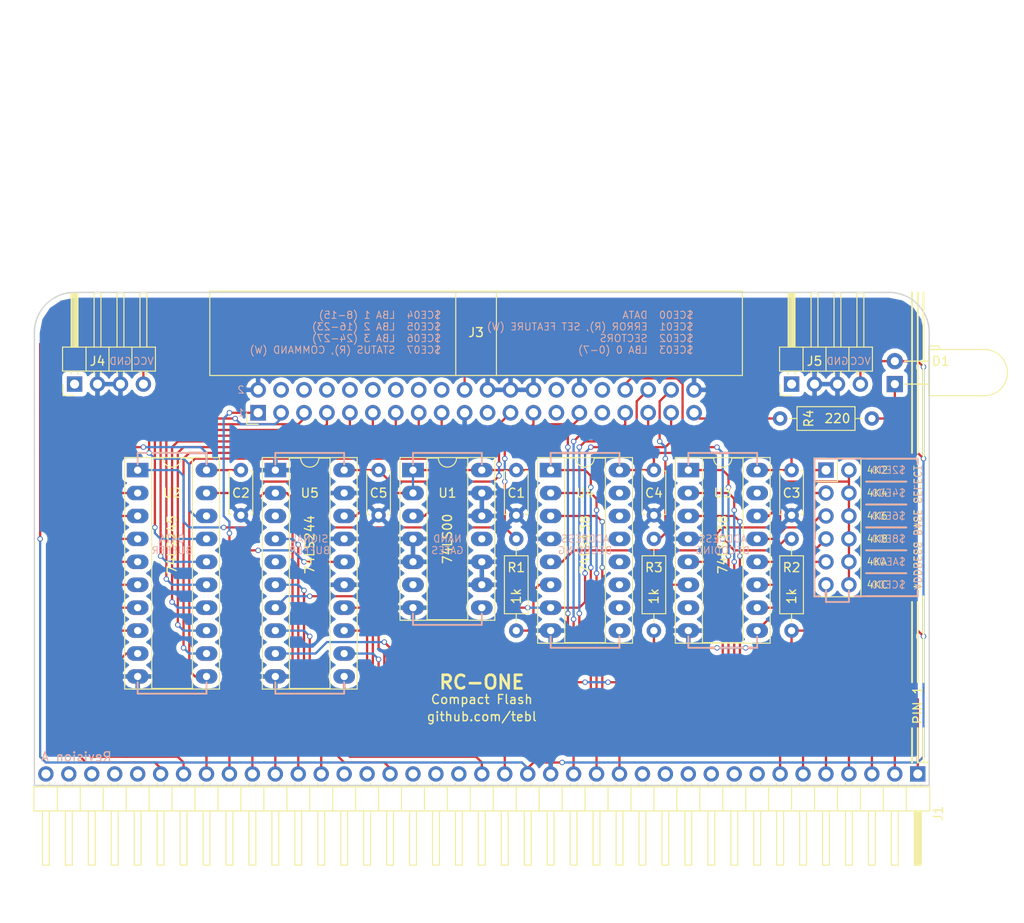
<source format=kicad_pcb>
(kicad_pcb (version 4) (host pcbnew 4.0.7)
  (layers (0 F.Cu signal) (31 B.Cu signal) (34 B.Paste user) (35 F.Paste user) (36 B.SilkS user) (37 F.SilkS user) (38 B.Mask user) (39 F.Mask user) (44 Edge.Cuts user))
  (net 0 "")
  (net 1 GND)
  (net 2 VCC)
  (net 3 /A15)
  (net 4 /A14)
  (net 5 /A13)
  (net 6 /A12)
  (net 7 /A11)
  (net 8 /A10)
  (net 9 /A9)
  (net 10 /A1)
  (net 11 /A0)
  (net 12 /PHI2)
  (net 13 /D0)
  (net 14 /D1)
  (net 15 /D2)
  (net 16 /D3)
  (net 17 /D4)
  (net 18 /D5)
  (net 19 /D6)
  (net 20 /D7)
  (net 21 "Net-(J2-Pad10)")
  (net 22 /~RESET)
  (net 23 "Net-(J3-Pad29)")
  (net 24 /A2)
  (net 25 ~IOWR)
  (net 26 ~IORD)
  (net 27 /PDIAG)
  (net 28 ~CS_CF)
  (net 29 /CS1)
  (net 30 BUSY)
  (net 31 "Net-(D1-Pad1)")
  (net 32 /4K2)
  (net 33 /4K4)
  (net 34 /4K6)
  (net 35 /4K8)
  (net 36 /4KA)
  (net 37 /4KC)
  (net 38 "Net-(J1-Pad14)")
  (net 39 "Net-(J1-Pad15)")
  (net 40 "Net-(J1-Pad16)")
  (net 41 "Net-(J1-Pad19)")
  (net 42 "Net-(J1-Pad20)")
  (net 43 "Net-(J1-Pad24)")
  (net 44 "Net-(J1-Pad27)")
  (net 45 "Net-(J1-Pad28)")
  (net 46 "Net-(J1-Pad29)")
  (net 47 "Net-(J1-Pad30)")
  (net 48 "Net-(J1-Pad31)")
  (net 49 "Net-(J1-Pad32)")
  (net 50 "Net-(J1-Pad33)")
  (net 51 "Net-(J1-Pad34)")
  (module Pin_Headers:Pin_Header_Angled_1x39_Pitch2.54mm (layer F.Cu) (at 193.04 147.32 270)
    (fp_text reference J1 (at 4.385 -2.27 270) (layer F.SilkS))
    (fp_text value Expansion)
    (pad 1 thru_hole rect (at 0 0 270) (size 1.7 1.7) (drill 1) (layers *.Cu *.Mask) (net 3 /A15))
    (pad 2 thru_hole oval (at 0 2.54 270) (size 1.7 1.7) (drill 1) (layers *.Cu *.Mask) (net 4 /A14))
    (pad 3 thru_hole oval (at 0 5.08 270) (size 1.7 1.7) (drill 1) (layers *.Cu *.Mask) (net 5 /A13))
    (pad 4 thru_hole oval (at 0 7.62 270) (size 1.7 1.7) (drill 1) (layers *.Cu *.Mask) (net 6 /A12))
    (pad 5 thru_hole oval (at 0 10.16 270) (size 1.7 1.7) (drill 1) (layers *.Cu *.Mask) (net 7 /A11))
    (pad 6 thru_hole oval (at 0 12.7 270) (size 1.7 1.7) (drill 1) (layers *.Cu *.Mask) (net 8 /A10))
    (pad 7 thru_hole oval (at 0 15.24 270) (size 1.7 1.7) (drill 1) (layers *.Cu *.Mask) (net 9 /A9))
    (pad 8 thru_hole oval (at 0 17.78 270) (size 1.7 1.7) (drill 1) (layers *.Cu *.Mask))
    (pad 9 thru_hole oval (at 0 20.32 270) (size 1.7 1.7) (drill 1) (layers *.Cu *.Mask))
    (pad 10 thru_hole oval (at 0 22.86 270) (size 1.7 1.7) (drill 1) (layers *.Cu *.Mask))
    (pad 11 thru_hole oval (at 0 25.4 270) (size 1.7 1.7) (drill 1) (layers *.Cu *.Mask))
    (pad 12 thru_hole oval (at 0 27.94 270) (size 1.7 1.7) (drill 1) (layers *.Cu *.Mask))
    (pad 13 thru_hole oval (at 0 30.48 270) (size 1.7 1.7) (drill 1) (layers *.Cu *.Mask))
    (pad 14 thru_hole oval (at 0 33.02 270) (size 1.7 1.7) (drill 1) (layers *.Cu *.Mask) (net 38 "Net-(J1-Pad14)"))
    (pad 15 thru_hole oval (at 0 35.56 270) (size 1.7 1.7) (drill 1) (layers *.Cu *.Mask) (net 39 "Net-(J1-Pad15)"))
    (pad 16 thru_hole oval (at 0 38.1 270) (size 1.7 1.7) (drill 1) (layers *.Cu *.Mask) (net 40 "Net-(J1-Pad16)"))
    (pad 17 thru_hole oval (at 0 40.64 270) (size 1.7 1.7) (drill 1) (layers *.Cu *.Mask) (net 1 GND))
    (pad 18 thru_hole oval (at 0 43.18 270) (size 1.7 1.7) (drill 1) (layers *.Cu *.Mask) (net 2 VCC))
    (pad 19 thru_hole oval (at 0 45.72 270) (size 1.7 1.7) (drill 1) (layers *.Cu *.Mask) (net 41 "Net-(J1-Pad19)"))
    (pad 20 thru_hole oval (at 0 48.26 270) (size 1.7 1.7) (drill 1) (layers *.Cu *.Mask) (net 42 "Net-(J1-Pad20)"))
    (pad 21 thru_hole oval (at 0 50.8 270) (size 1.7 1.7) (drill 1) (layers *.Cu *.Mask))
    (pad 22 thru_hole oval (at 0 53.34 270) (size 1.7 1.7) (drill 1) (layers *.Cu *.Mask))
    (pad 23 thru_hole oval (at 0 55.88 270) (size 1.7 1.7) (drill 1) (layers *.Cu *.Mask))
    (pad 24 thru_hole oval (at 0 58.42 270) (size 1.7 1.7) (drill 1) (layers *.Cu *.Mask) (net 43 "Net-(J1-Pad24)"))
    (pad 25 thru_hole oval (at 0 60.96 270) (size 1.7 1.7) (drill 1) (layers *.Cu *.Mask))
    (pad 26 thru_hole oval (at 0 63.5 270) (size 1.7 1.7) (drill 1) (layers *.Cu *.Mask))
    (pad 27 thru_hole oval (at 0 66.04 270) (size 1.7 1.7) (drill 1) (layers *.Cu *.Mask) (net 44 "Net-(J1-Pad27)"))
    (pad 28 thru_hole oval (at 0 68.58 270) (size 1.7 1.7) (drill 1) (layers *.Cu *.Mask) (net 45 "Net-(J1-Pad28)"))
    (pad 29 thru_hole oval (at 0 71.12 270) (size 1.7 1.7) (drill 1) (layers *.Cu *.Mask) (net 46 "Net-(J1-Pad29)"))
    (pad 30 thru_hole oval (at 0 73.66 270) (size 1.7 1.7) (drill 1) (layers *.Cu *.Mask) (net 47 "Net-(J1-Pad30)"))
    (pad 31 thru_hole oval (at 0 76.2 270) (size 1.7 1.7) (drill 1) (layers *.Cu *.Mask) (net 48 "Net-(J1-Pad31)"))
    (pad 32 thru_hole oval (at 0 78.74 270) (size 1.7 1.7) (drill 1) (layers *.Cu *.Mask) (net 49 "Net-(J1-Pad32)"))
    (pad 33 thru_hole oval (at 0 81.28 270) (size 1.7 1.7) (drill 1) (layers *.Cu *.Mask) (net 50 "Net-(J1-Pad33)"))
    (pad 34 thru_hole oval (at 0 83.82 270) (size 1.7 1.7) (drill 1) (layers *.Cu *.Mask) (net 51 "Net-(J1-Pad34)"))
    (pad 35 thru_hole oval (at 0 86.36 270) (size 1.7 1.7) (drill 1) (layers *.Cu *.Mask))
    (pad 36 thru_hole oval (at 0 88.9 270) (size 1.7 1.7) (drill 1) (layers *.Cu *.Mask))
    (pad 37 thru_hole oval (at 0 91.44 270) (size 1.7 1.7) (drill 1) (layers *.Cu *.Mask))
    (pad 38 thru_hole oval (at 0 93.98 270) (size 1.7 1.7) (drill 1) (layers *.Cu *.Mask))
    (pad 39 thru_hole oval (at 0 96.52 270) (size 1.7 1.7) (drill 1) (layers *.Cu *.Mask))
  )
  (module Pin_Headers:Pin_Header_Straight_2x06_Pitch2.54mm (layer F.Cu) (at 182.88 113.665)
    (fp_text reference J2)
    (fp_text value ADDRESS)
    (pad 1 thru_hole rect (at 0 0) (size 1.7 1.7) (drill 1) (layers *.Cu *.Mask) (net 32 /4K2))
    (pad 2 thru_hole oval (at 2.54 0) (size 1.7 1.7) (drill 1) (layers *.Cu *.Mask) (net 21 "Net-(J2-Pad10)"))
    (pad 3 thru_hole oval (at 0 2.54) (size 1.7 1.7) (drill 1) (layers *.Cu *.Mask) (net 33 /4K4))
    (pad 4 thru_hole oval (at 2.54 2.54) (size 1.7 1.7) (drill 1) (layers *.Cu *.Mask) (net 21 "Net-(J2-Pad10)"))
    (pad 5 thru_hole oval (at 0 5.08) (size 1.7 1.7) (drill 1) (layers *.Cu *.Mask) (net 34 /4K6))
    (pad 6 thru_hole oval (at 2.54 5.08) (size 1.7 1.7) (drill 1) (layers *.Cu *.Mask) (net 21 "Net-(J2-Pad10)"))
    (pad 7 thru_hole oval (at 0 7.62) (size 1.7 1.7) (drill 1) (layers *.Cu *.Mask) (net 35 /4K8))
    (pad 8 thru_hole oval (at 2.54 7.62) (size 1.7 1.7) (drill 1) (layers *.Cu *.Mask) (net 21 "Net-(J2-Pad10)"))
    (pad 9 thru_hole oval (at 0 10.16) (size 1.7 1.7) (drill 1) (layers *.Cu *.Mask) (net 36 /4KA))
    (pad 10 thru_hole oval (at 2.54 10.16) (size 1.7 1.7) (drill 1) (layers *.Cu *.Mask) (net 21 "Net-(J2-Pad10)"))
    (pad 11 thru_hole oval (at 0 12.7) (size 1.7 1.7) (drill 1) (layers *.Cu *.Mask) (net 37 /4KC))
    (pad 12 thru_hole oval (at 2.54 12.7) (size 1.7 1.7) (drill 1) (layers *.Cu *.Mask) (net 21 "Net-(J2-Pad10)"))
  )
  (module Capacitors_THT:C_Disc_D4.7mm_W2.5mm_P5.00mm (layer F.Cu) (at 148.59 113.665 270)
    (fp_text reference C1 (at 2.54 0 360) (layer F.SilkS))
    (fp_text value 100nF)
    (pad 1 thru_hole circle (at 0 0 270) (size 1.6 1.6) (drill 0.8) (layers *.Cu *.Mask) (net 2 VCC))
    (pad 2 thru_hole circle (at 5 0 270) (size 1.6 1.6) (drill 0.8) (layers *.Cu *.Mask) (net 1 GND))
  )
  (module Capacitors_THT:C_Disc_D4.7mm_W2.5mm_P5.00mm (layer F.Cu) (at 179.07 113.665 270)
    (fp_text reference C3 (at 2.54 0 360) (layer F.SilkS))
    (fp_text value 100nF)
    (pad 1 thru_hole circle (at 0 0 270) (size 1.6 1.6) (drill 0.8) (layers *.Cu *.Mask) (net 2 VCC))
    (pad 2 thru_hole circle (at 5 0 270) (size 1.6 1.6) (drill 0.8) (layers *.Cu *.Mask) (net 1 GND))
  )
  (module Capacitors_THT:C_Disc_D4.7mm_W2.5mm_P5.00mm (layer F.Cu) (at 118.11 113.665 270)
    (fp_text reference C2 (at 2.54 0 360) (layer F.SilkS))
    (fp_text value 100nF)
    (pad 1 thru_hole circle (at 0 0 270) (size 1.6 1.6) (drill 0.8) (layers *.Cu *.Mask) (net 2 VCC))
    (pad 2 thru_hole circle (at 5 0 270) (size 1.6 1.6) (drill 0.8) (layers *.Cu *.Mask) (net 1 GND))
  )
  (module Resistors_THT:R_Axial_DIN0207_L6.3mm_D2.5mm_P10.16mm_Horizontal (layer F.Cu) (at 148.59 131.445 90)
    (fp_text reference R1 (at 6.985 0 180) (layer F.SilkS))
    (fp_text value 1k (at 3.81 0 90) (layer F.SilkS))
    (pad 1 thru_hole circle (at 0 0 90) (size 1.6 1.6) (drill 0.8) (layers *.Cu *.Mask) (net 2 VCC))
    (pad 2 thru_hole oval (at 10.16 0 90) (size 1.6 1.6) (drill 0.8) (layers *.Cu *.Mask) (net 23 "Net-(J3-Pad29)"))
  )
  (module Resistors_THT:R_Axial_DIN0207_L6.3mm_D2.5mm_P10.16mm_Horizontal (layer F.Cu) (at 179.07 131.445 90)
    (fp_text reference R2 (at 6.985 0 180) (layer F.SilkS))
    (fp_text value 1k (at 3.81 0 90) (layer F.SilkS))
    (pad 1 thru_hole circle (at 0 0 90) (size 1.6 1.6) (drill 0.8) (layers *.Cu *.Mask) (net 2 VCC))
    (pad 2 thru_hole oval (at 10.16 0 90) (size 1.6 1.6) (drill 0.8) (layers *.Cu *.Mask) (net 27 /PDIAG))
  )
  (module Resistors_THT:R_Axial_DIN0207_L6.3mm_D2.5mm_P10.16mm_Horizontal (layer F.Cu) (at 163.83 131.445 90)
    (fp_text reference R3 (at 6.985 0 180) (layer F.SilkS))
    (fp_text value 1k (at 3.81 0 90) (layer F.SilkS))
    (pad 1 thru_hole circle (at 0 0 90) (size 1.6 1.6) (drill 0.8) (layers *.Cu *.Mask) (net 2 VCC))
    (pad 2 thru_hole oval (at 10.16 0 90) (size 1.6 1.6) (drill 0.8) (layers *.Cu *.Mask) (net 29 /CS1))
  )
  (module Resistors_THT:R_Axial_DIN0207_L6.3mm_D2.5mm_P10.16mm_Horizontal (layer F.Cu) (at 177.8 107.95)
    (fp_text reference R4 (at 3.175 0 90) (layer F.SilkS))
    (fp_text value 220 (at 6.35 0) (layer F.SilkS))
    (pad 1 thru_hole circle (at 0 0) (size 1.6 1.6) (drill 0.8) (layers *.Cu *.Mask) (net 30 BUSY))
    (pad 2 thru_hole oval (at 10.16 0) (size 1.6 1.6) (drill 0.8) (layers *.Cu *.Mask) (net 31 "Net-(D1-Pad1)"))
  )
  (module Housings_DIP:DIP-14_W7.62mm_Socket_LongPads (layer F.Cu) (at 137.16 113.665)
    (fp_text reference U1 (at 3.81 2.54) (layer F.SilkS))
    (fp_text value 74LS00 (at 3.81 7.62 90) (layer F.SilkS))
    (pad 1 thru_hole rect (at 0 0) (size 2.4 1.6) (drill 0.8) (layers *.Cu *.Mask) (net 25 ~IOWR))
    (pad 8 thru_hole oval (at 7.62 15.24) (size 2.4 1.6) (drill 0.8) (layers *.Cu *.Mask))
    (pad 2 thru_hole oval (at 0 2.54) (size 2.4 1.6) (drill 0.8) (layers *.Cu *.Mask) (net 25 ~IOWR))
    (pad 9 thru_hole oval (at 7.62 12.7) (size 2.4 1.6) (drill 0.8) (layers *.Cu *.Mask) (net 1 GND))
    (pad 3 thru_hole oval (at 0 5.08) (size 2.4 1.6) (drill 0.8) (layers *.Cu *.Mask) (net 26 ~IORD))
    (pad 10 thru_hole oval (at 7.62 10.16) (size 2.4 1.6) (drill 0.8) (layers *.Cu *.Mask) (net 1 GND))
    (pad 4 thru_hole oval (at 0 7.62) (size 2.4 1.6) (drill 0.8) (layers *.Cu *.Mask) (net 1 GND))
    (pad 11 thru_hole oval (at 7.62 7.62) (size 2.4 1.6) (drill 0.8) (layers *.Cu *.Mask))
    (pad 5 thru_hole oval (at 0 10.16) (size 2.4 1.6) (drill 0.8) (layers *.Cu *.Mask) (net 1 GND))
    (pad 12 thru_hole oval (at 7.62 5.08) (size 2.4 1.6) (drill 0.8) (layers *.Cu *.Mask) (net 1 GND))
    (pad 6 thru_hole oval (at 0 12.7) (size 2.4 1.6) (drill 0.8) (layers *.Cu *.Mask))
    (pad 13 thru_hole oval (at 7.62 2.54) (size 2.4 1.6) (drill 0.8) (layers *.Cu *.Mask) (net 1 GND))
    (pad 7 thru_hole oval (at 0 15.24) (size 2.4 1.6) (drill 0.8) (layers *.Cu *.Mask) (net 1 GND))
    (pad 14 thru_hole oval (at 7.62 0) (size 2.4 1.6) (drill 0.8) (layers *.Cu *.Mask) (net 2 VCC))
  )
  (module Connector_IDC:IDC-Header_2x20_P2.54mm_Horizontal (layer F.Cu) (at 120.015 107.315 90)
    (fp_text reference J3 (at 8.89 24.13 180) (layer F.SilkS))
    (fp_text value ADAPTER)
    (pad 1 thru_hole rect (at 0 0 90) (size 1.7272 1.7272) (drill 1.016) (layers *.Cu *.Mask) (net 22 /~RESET))
    (pad 2 thru_hole oval (at 2.54 0 90) (size 1.7272 1.7272) (drill 1.016) (layers *.Cu *.Mask) (net 1 GND))
    (pad 3 thru_hole oval (at 0 2.54 90) (size 1.7272 1.7272) (drill 1.016) (layers *.Cu *.Mask) (net 20 /D7))
    (pad 4 thru_hole oval (at 2.54 2.54 90) (size 1.7272 1.7272) (drill 1.016) (layers *.Cu *.Mask))
    (pad 5 thru_hole oval (at 0 5.08 90) (size 1.7272 1.7272) (drill 1.016) (layers *.Cu *.Mask) (net 19 /D6))
    (pad 6 thru_hole oval (at 2.54 5.08 90) (size 1.7272 1.7272) (drill 1.016) (layers *.Cu *.Mask))
    (pad 7 thru_hole oval (at 0 7.62 90) (size 1.7272 1.7272) (drill 1.016) (layers *.Cu *.Mask) (net 18 /D5))
    (pad 8 thru_hole oval (at 2.54 7.62 90) (size 1.7272 1.7272) (drill 1.016) (layers *.Cu *.Mask))
    (pad 9 thru_hole oval (at 0 10.16 90) (size 1.7272 1.7272) (drill 1.016) (layers *.Cu *.Mask) (net 17 /D4))
    (pad 10 thru_hole oval (at 2.54 10.16 90) (size 1.7272 1.7272) (drill 1.016) (layers *.Cu *.Mask))
    (pad 11 thru_hole oval (at 0 12.7 90) (size 1.7272 1.7272) (drill 1.016) (layers *.Cu *.Mask) (net 16 /D3))
    (pad 12 thru_hole oval (at 2.54 12.7 90) (size 1.7272 1.7272) (drill 1.016) (layers *.Cu *.Mask))
    (pad 13 thru_hole oval (at 0 15.24 90) (size 1.7272 1.7272) (drill 1.016) (layers *.Cu *.Mask) (net 15 /D2))
    (pad 14 thru_hole oval (at 2.54 15.24 90) (size 1.7272 1.7272) (drill 1.016) (layers *.Cu *.Mask))
    (pad 15 thru_hole oval (at 0 17.78 90) (size 1.7272 1.7272) (drill 1.016) (layers *.Cu *.Mask) (net 14 /D1))
    (pad 16 thru_hole oval (at 2.54 17.78 90) (size 1.7272 1.7272) (drill 1.016) (layers *.Cu *.Mask))
    (pad 17 thru_hole oval (at 0 20.32 90) (size 1.7272 1.7272) (drill 1.016) (layers *.Cu *.Mask) (net 13 /D0))
    (pad 18 thru_hole oval (at 2.54 20.32 90) (size 1.7272 1.7272) (drill 1.016) (layers *.Cu *.Mask))
    (pad 19 thru_hole oval (at 0 22.86 90) (size 1.7272 1.7272) (drill 1.016) (layers *.Cu *.Mask) (net 1 GND))
    (pad 20 thru_hole oval (at 2.54 22.86 90) (size 1.7272 1.7272) (drill 1.016) (layers *.Cu *.Mask) (net 2 VCC))
    (pad 21 thru_hole oval (at 0 25.4 90) (size 1.7272 1.7272) (drill 1.016) (layers *.Cu *.Mask))
    (pad 22 thru_hole oval (at 2.54 25.4 90) (size 1.7272 1.7272) (drill 1.016) (layers *.Cu *.Mask) (net 1 GND))
    (pad 23 thru_hole oval (at 0 27.94 90) (size 1.7272 1.7272) (drill 1.016) (layers *.Cu *.Mask) (net 25 ~IOWR))
    (pad 24 thru_hole oval (at 2.54 27.94 90) (size 1.7272 1.7272) (drill 1.016) (layers *.Cu *.Mask) (net 1 GND))
    (pad 25 thru_hole oval (at 0 30.48 90) (size 1.7272 1.7272) (drill 1.016) (layers *.Cu *.Mask) (net 26 ~IORD))
    (pad 26 thru_hole oval (at 2.54 30.48 90) (size 1.7272 1.7272) (drill 1.016) (layers *.Cu *.Mask) (net 1 GND))
    (pad 27 thru_hole oval (at 0 33.02 90) (size 1.7272 1.7272) (drill 1.016) (layers *.Cu *.Mask))
    (pad 28 thru_hole oval (at 2.54 33.02 90) (size 1.7272 1.7272) (drill 1.016) (layers *.Cu *.Mask))
    (pad 29 thru_hole oval (at 0 35.56 90) (size 1.7272 1.7272) (drill 1.016) (layers *.Cu *.Mask) (net 23 "Net-(J3-Pad29)"))
    (pad 30 thru_hole oval (at 2.54 35.56 90) (size 1.7272 1.7272) (drill 1.016) (layers *.Cu *.Mask) (net 1 GND))
    (pad 31 thru_hole oval (at 0 38.1 90) (size 1.7272 1.7272) (drill 1.016) (layers *.Cu *.Mask))
    (pad 32 thru_hole oval (at 2.54 38.1 90) (size 1.7272 1.7272) (drill 1.016) (layers *.Cu *.Mask))
    (pad 33 thru_hole oval (at 0 40.64 90) (size 1.7272 1.7272) (drill 1.016) (layers *.Cu *.Mask) (net 10 /A1))
    (pad 34 thru_hole oval (at 2.54 40.64 90) (size 1.7272 1.7272) (drill 1.016) (layers *.Cu *.Mask) (net 27 /PDIAG))
    (pad 35 thru_hole oval (at 0 43.18 90) (size 1.7272 1.7272) (drill 1.016) (layers *.Cu *.Mask) (net 11 /A0))
    (pad 36 thru_hole oval (at 2.54 43.18 90) (size 1.7272 1.7272) (drill 1.016) (layers *.Cu *.Mask) (net 24 /A2))
    (pad 37 thru_hole oval (at 0 45.72 90) (size 1.7272 1.7272) (drill 1.016) (layers *.Cu *.Mask) (net 28 ~CS_CF))
    (pad 38 thru_hole oval (at 2.54 45.72 90) (size 1.7272 1.7272) (drill 1.016) (layers *.Cu *.Mask) (net 29 /CS1))
    (pad 39 thru_hole oval (at 0 48.26 90) (size 1.7272 1.7272) (drill 1.016) (layers *.Cu *.Mask) (net 30 BUSY))
    (pad 40 thru_hole oval (at 2.54 48.26 90) (size 1.7272 1.7272) (drill 1.016) (layers *.Cu *.Mask) (net 1 GND))
  )
  (module Pin_Headers:Pin_Header_Angled_1x04_Pitch2.54mm (layer F.Cu) (at 99.695 104.14 90)
    (fp_text reference J4 (at 2.54 2.54 180) (layer F.SilkS))
    (fp_text value POWER)
    (pad 1 thru_hole rect (at 0 0 90) (size 1.7 1.7) (drill 1) (layers *.Cu *.Mask))
    (pad 2 thru_hole oval (at 0 2.54 90) (size 1.7 1.7) (drill 1) (layers *.Cu *.Mask) (net 1 GND))
    (pad 3 thru_hole oval (at 0 5.08 90) (size 1.7 1.7) (drill 1) (layers *.Cu *.Mask) (net 1 GND))
    (pad 4 thru_hole oval (at 0 7.62 90) (size 1.7 1.7) (drill 1) (layers *.Cu *.Mask) (net 2 VCC))
  )
  (module Pin_Headers:Pin_Header_Angled_1x04_Pitch2.54mm (layer F.Cu) (at 179.07 104.14 90)
    (fp_text reference J5 (at 2.54 2.54 180) (layer F.SilkS))
    (fp_text value POWER)
    (pad 1 thru_hole rect (at 0 0 90) (size 1.7 1.7) (drill 1) (layers *.Cu *.Mask))
    (pad 2 thru_hole oval (at 0 2.54 90) (size 1.7 1.7) (drill 1) (layers *.Cu *.Mask) (net 1 GND))
    (pad 3 thru_hole oval (at 0 5.08 90) (size 1.7 1.7) (drill 1) (layers *.Cu *.Mask) (net 1 GND))
    (pad 4 thru_hole oval (at 0 7.62 90) (size 1.7 1.7) (drill 1) (layers *.Cu *.Mask) (net 2 VCC))
  )
  (module LEDs:LED_D5.0mm_Horizontal_O3.81mm_Z3.0mm (layer F.Cu) (at 190.5 104.14 90)
    (fp_text reference D1 (at 2.54 5.08 180) (layer F.SilkS))
    (fp_text value LED)
    (pad 1 thru_hole rect (at 0 0 90) (size 1.8 1.8) (drill 0.9) (layers *.Cu *.Mask) (net 31 "Net-(D1-Pad1)"))
    (pad 2 thru_hole circle (at 2.54 0 90) (size 1.8 1.8) (drill 0.9) (layers *.Cu *.Mask) (net 2 VCC))
  )
  (module Capacitors_THT:C_Disc_D4.7mm_W2.5mm_P5.00mm (layer F.Cu) (at 163.83 113.665 270)
    (fp_text reference C4 (at 2.54 0 360) (layer F.SilkS))
    (fp_text value 100nF)
    (pad 1 thru_hole circle (at 0 0 270) (size 1.6 1.6) (drill 0.8) (layers *.Cu *.Mask) (net 2 VCC))
    (pad 2 thru_hole circle (at 5 0 270) (size 1.6 1.6) (drill 0.8) (layers *.Cu *.Mask) (net 1 GND))
  )
  (module Capacitors_THT:C_Disc_D4.7mm_W2.5mm_P5.00mm (layer F.Cu) (at 133.35 113.665 270)
    (fp_text reference C5 (at 2.54 0 360) (layer F.SilkS))
    (fp_text value 100nF)
    (pad 1 thru_hole circle (at 0 0 270) (size 1.6 1.6) (drill 0.8) (layers *.Cu *.Mask) (net 2 VCC))
    (pad 2 thru_hole circle (at 5 0 270) (size 1.6 1.6) (drill 0.8) (layers *.Cu *.Mask) (net 1 GND))
  )
  (module Housings_DIP:DIP-20_W7.62mm_Socket_LongPads (layer F.Cu) (at 106.68 113.665)
    (fp_text reference U2 (at 3.81 2.54) (layer F.SilkS))
    (fp_text value 74LS245 (at 3.81 8.255 90) (layer F.SilkS))
    (pad 1 thru_hole rect (at 0 0) (size 2.4 1.6) (drill 0.8) (layers *.Cu *.Mask) (net 43 "Net-(J1-Pad24)"))
    (pad 11 thru_hole oval (at 7.62 22.86) (size 2.4 1.6) (drill 0.8) (layers *.Cu *.Mask) (net 13 /D0))
    (pad 2 thru_hole oval (at 0 2.54) (size 2.4 1.6) (drill 0.8) (layers *.Cu *.Mask) (net 51 "Net-(J1-Pad34)"))
    (pad 12 thru_hole oval (at 7.62 20.32) (size 2.4 1.6) (drill 0.8) (layers *.Cu *.Mask) (net 14 /D1))
    (pad 3 thru_hole oval (at 0 5.08) (size 2.4 1.6) (drill 0.8) (layers *.Cu *.Mask) (net 50 "Net-(J1-Pad33)"))
    (pad 13 thru_hole oval (at 7.62 17.78) (size 2.4 1.6) (drill 0.8) (layers *.Cu *.Mask) (net 15 /D2))
    (pad 4 thru_hole oval (at 0 7.62) (size 2.4 1.6) (drill 0.8) (layers *.Cu *.Mask) (net 49 "Net-(J1-Pad32)"))
    (pad 14 thru_hole oval (at 7.62 15.24) (size 2.4 1.6) (drill 0.8) (layers *.Cu *.Mask) (net 16 /D3))
    (pad 5 thru_hole oval (at 0 10.16) (size 2.4 1.6) (drill 0.8) (layers *.Cu *.Mask) (net 48 "Net-(J1-Pad31)"))
    (pad 15 thru_hole oval (at 7.62 12.7) (size 2.4 1.6) (drill 0.8) (layers *.Cu *.Mask) (net 17 /D4))
    (pad 6 thru_hole oval (at 0 12.7) (size 2.4 1.6) (drill 0.8) (layers *.Cu *.Mask) (net 47 "Net-(J1-Pad30)"))
    (pad 16 thru_hole oval (at 7.62 10.16) (size 2.4 1.6) (drill 0.8) (layers *.Cu *.Mask) (net 18 /D5))
    (pad 7 thru_hole oval (at 0 15.24) (size 2.4 1.6) (drill 0.8) (layers *.Cu *.Mask) (net 46 "Net-(J1-Pad29)"))
    (pad 17 thru_hole oval (at 7.62 7.62) (size 2.4 1.6) (drill 0.8) (layers *.Cu *.Mask) (net 19 /D6))
    (pad 8 thru_hole oval (at 0 17.78) (size 2.4 1.6) (drill 0.8) (layers *.Cu *.Mask) (net 45 "Net-(J1-Pad28)"))
    (pad 18 thru_hole oval (at 7.62 5.08) (size 2.4 1.6) (drill 0.8) (layers *.Cu *.Mask) (net 20 /D7))
    (pad 9 thru_hole oval (at 0 20.32) (size 2.4 1.6) (drill 0.8) (layers *.Cu *.Mask) (net 44 "Net-(J1-Pad27)"))
    (pad 19 thru_hole oval (at 7.62 2.54) (size 2.4 1.6) (drill 0.8) (layers *.Cu *.Mask) (net 28 ~CS_CF))
    (pad 10 thru_hole oval (at 0 22.86) (size 2.4 1.6) (drill 0.8) (layers *.Cu *.Mask) (net 1 GND))
    (pad 20 thru_hole oval (at 7.62 0) (size 2.4 1.6) (drill 0.8) (layers *.Cu *.Mask) (net 2 VCC))
  )
  (module Housings_DIP:DIP-20_W7.62mm_Socket_LongPads (layer F.Cu) (at 121.92 113.665)
    (fp_text reference U5 (at 3.81 2.54) (layer F.SilkS))
    (fp_text value 74LS244 (at 3.81 8.255 90) (layer F.SilkS))
    (pad 1 thru_hole rect (at 0 0) (size 2.4 1.6) (drill 0.8) (layers *.Cu *.Mask) (net 1 GND))
    (pad 11 thru_hole oval (at 7.62 22.86) (size 2.4 1.6) (drill 0.8) (layers *.Cu *.Mask) (net 39 "Net-(J1-Pad15)"))
    (pad 2 thru_hole oval (at 0 2.54) (size 2.4 1.6) (drill 0.8) (layers *.Cu *.Mask) (net 43 "Net-(J1-Pad24)"))
    (pad 12 thru_hole oval (at 7.62 20.32) (size 2.4 1.6) (drill 0.8) (layers *.Cu *.Mask) (net 11 /A0))
    (pad 3 thru_hole oval (at 0 5.08) (size 2.4 1.6) (drill 0.8) (layers *.Cu *.Mask))
    (pad 13 thru_hole oval (at 7.62 17.78) (size 2.4 1.6) (drill 0.8) (layers *.Cu *.Mask) (net 38 "Net-(J1-Pad14)"))
    (pad 4 thru_hole oval (at 0 7.62) (size 2.4 1.6) (drill 0.8) (layers *.Cu *.Mask) (net 42 "Net-(J1-Pad20)"))
    (pad 14 thru_hole oval (at 7.62 15.24) (size 2.4 1.6) (drill 0.8) (layers *.Cu *.Mask) (net 12 /PHI2))
    (pad 5 thru_hole oval (at 0 10.16) (size 2.4 1.6) (drill 0.8) (layers *.Cu *.Mask))
    (pad 15 thru_hole oval (at 7.62 12.7) (size 2.4 1.6) (drill 0.8) (layers *.Cu *.Mask) (net 1 GND))
    (pad 6 thru_hole oval (at 0 12.7) (size 2.4 1.6) (drill 0.8) (layers *.Cu *.Mask) (net 41 "Net-(J1-Pad19)"))
    (pad 16 thru_hole oval (at 7.62 10.16) (size 2.4 1.6) (drill 0.8) (layers *.Cu *.Mask) (net 22 /~RESET))
    (pad 7 thru_hole oval (at 0 15.24) (size 2.4 1.6) (drill 0.8) (layers *.Cu *.Mask) (net 24 /A2))
    (pad 17 thru_hole oval (at 7.62 7.62) (size 2.4 1.6) (drill 0.8) (layers *.Cu *.Mask) (net 1 GND))
    (pad 8 thru_hole oval (at 0 17.78) (size 2.4 1.6) (drill 0.8) (layers *.Cu *.Mask) (net 40 "Net-(J1-Pad16)"))
    (pad 18 thru_hole oval (at 7.62 5.08) (size 2.4 1.6) (drill 0.8) (layers *.Cu *.Mask) (net 25 ~IOWR))
    (pad 9 thru_hole oval (at 0 20.32) (size 2.4 1.6) (drill 0.8) (layers *.Cu *.Mask) (net 10 /A1))
    (pad 19 thru_hole oval (at 7.62 2.54) (size 2.4 1.6) (drill 0.8) (layers *.Cu *.Mask) (net 1 GND))
    (pad 10 thru_hole oval (at 0 22.86) (size 2.4 1.6) (drill 0.8) (layers *.Cu *.Mask) (net 1 GND))
    (pad 20 thru_hole oval (at 7.62 0) (size 2.4 1.6) (drill 0.8) (layers *.Cu *.Mask) (net 2 VCC))
  )
  (module Housings_DIP:DIP-16_W7.62mm_Socket_LongPads (layer F.Cu) (at 167.64 113.665)
    (fp_text reference U3 (at 3.81 2.54) (layer F.SilkS))
    (fp_text value 74LS138 (at 3.81 8.255 90) (layer F.SilkS))
    (pad 1 thru_hole rect (at 0 0) (size 2.4 1.6) (drill 0.8) (layers *.Cu *.Mask) (net 5 /A13))
    (pad 9 thru_hole oval (at 7.62 17.78) (size 2.4 1.6) (drill 0.8) (layers *.Cu *.Mask) (net 37 /4KC))
    (pad 2 thru_hole oval (at 0 2.54) (size 2.4 1.6) (drill 0.8) (layers *.Cu *.Mask) (net 4 /A14))
    (pad 10 thru_hole oval (at 7.62 15.24) (size 2.4 1.6) (drill 0.8) (layers *.Cu *.Mask) (net 36 /4KA))
    (pad 3 thru_hole oval (at 0 5.08) (size 2.4 1.6) (drill 0.8) (layers *.Cu *.Mask) (net 3 /A15))
    (pad 11 thru_hole oval (at 7.62 12.7) (size 2.4 1.6) (drill 0.8) (layers *.Cu *.Mask) (net 35 /4K8))
    (pad 4 thru_hole oval (at 0 7.62) (size 2.4 1.6) (drill 0.8) (layers *.Cu *.Mask) (net 1 GND))
    (pad 12 thru_hole oval (at 7.62 10.16) (size 2.4 1.6) (drill 0.8) (layers *.Cu *.Mask) (net 34 /4K6))
    (pad 5 thru_hole oval (at 0 10.16) (size 2.4 1.6) (drill 0.8) (layers *.Cu *.Mask) (net 6 /A12))
    (pad 13 thru_hole oval (at 7.62 7.62) (size 2.4 1.6) (drill 0.8) (layers *.Cu *.Mask) (net 33 /4K4))
    (pad 6 thru_hole oval (at 0 12.7) (size 2.4 1.6) (drill 0.8) (layers *.Cu *.Mask) (net 12 /PHI2))
    (pad 14 thru_hole oval (at 7.62 5.08) (size 2.4 1.6) (drill 0.8) (layers *.Cu *.Mask) (net 32 /4K2))
    (pad 7 thru_hole oval (at 0 15.24) (size 2.4 1.6) (drill 0.8) (layers *.Cu *.Mask))
    (pad 15 thru_hole oval (at 7.62 2.54) (size 2.4 1.6) (drill 0.8) (layers *.Cu *.Mask))
    (pad 8 thru_hole oval (at 0 17.78) (size 2.4 1.6) (drill 0.8) (layers *.Cu *.Mask) (net 1 GND))
    (pad 16 thru_hole oval (at 7.62 0) (size 2.4 1.6) (drill 0.8) (layers *.Cu *.Mask) (net 2 VCC))
  )
  (module Housings_DIP:DIP-16_W7.62mm_Socket_LongPads (layer F.Cu) (at 152.4 113.665)
    (fp_text reference U4 (at 3.81 2.54) (layer F.SilkS))
    (fp_text value 74LS138 (at 3.81 8.255 90) (layer F.SilkS))
    (pad 1 thru_hole rect (at 0 0) (size 2.4 1.6) (drill 0.8) (layers *.Cu *.Mask) (net 9 /A9))
    (pad 9 thru_hole oval (at 7.62 17.78) (size 2.4 1.6) (drill 0.8) (layers *.Cu *.Mask))
    (pad 2 thru_hole oval (at 0 2.54) (size 2.4 1.6) (drill 0.8) (layers *.Cu *.Mask) (net 8 /A10))
    (pad 10 thru_hole oval (at 7.62 15.24) (size 2.4 1.6) (drill 0.8) (layers *.Cu *.Mask))
    (pad 3 thru_hole oval (at 0 5.08) (size 2.4 1.6) (drill 0.8) (layers *.Cu *.Mask) (net 7 /A11))
    (pad 11 thru_hole oval (at 7.62 12.7) (size 2.4 1.6) (drill 0.8) (layers *.Cu *.Mask))
    (pad 4 thru_hole oval (at 0 7.62) (size 2.4 1.6) (drill 0.8) (layers *.Cu *.Mask) (net 1 GND))
    (pad 12 thru_hole oval (at 7.62 10.16) (size 2.4 1.6) (drill 0.8) (layers *.Cu *.Mask))
    (pad 5 thru_hole oval (at 0 10.16) (size 2.4 1.6) (drill 0.8) (layers *.Cu *.Mask) (net 21 "Net-(J2-Pad10)"))
    (pad 13 thru_hole oval (at 7.62 7.62) (size 2.4 1.6) (drill 0.8) (layers *.Cu *.Mask))
    (pad 6 thru_hole oval (at 0 12.7) (size 2.4 1.6) (drill 0.8) (layers *.Cu *.Mask) (net 2 VCC))
    (pad 14 thru_hole oval (at 7.62 5.08) (size 2.4 1.6) (drill 0.8) (layers *.Cu *.Mask))
    (pad 7 thru_hole oval (at 0 15.24) (size 2.4 1.6) (drill 0.8) (layers *.Cu *.Mask) (net 28 ~CS_CF))
    (pad 15 thru_hole oval (at 7.62 2.54) (size 2.4 1.6) (drill 0.8) (layers *.Cu *.Mask))
    (pad 8 thru_hole oval (at 0 17.78) (size 2.4 1.6) (drill 0.8) (layers *.Cu *.Mask) (net 1 GND))
    (pad 16 thru_hole oval (at 7.62 0) (size 2.4 1.6) (drill 0.8) (layers *.Cu *.Mask) (net 2 VCC))
  )
  (gr_text "DATA\nERROR (R), SET FEATURE (W)\nSECTORS\nLBA 0 (0-7)" (at 163.195 98.425) (layer B.SilkS) (effects (font (size 0.8 0.8) (thickness 0.1)) (justify left mirror)))
  (gr_text "LBA 1 (8-15)\nLBA 2 (16-23)\nLBA 3 (24-27)\nSTATUS (R), COMMAND (W)" (at 135.255 98.425) (layer B.SilkS) (effects (font (size 0.8 0.8) (thickness 0.1)) (justify left mirror)))
  (gr_text "$CE04\n$CE05\n$CE06\n$CE07" (at 140.335 98.425) (layer B.SilkS) (effects (font (size 0.8 0.8) (thickness 0.1)) (justify left mirror)))
  (gr_text "$CE00\n$CE01\n$CE02\n$CE03" (at 168.275 98.425) (layer B.SilkS) (effects (font (size 0.8 0.8) (thickness 0.1)) (justify left mirror)))
  (gr_text "DATA\nBUFFER" (at 110.49 121.92) (layer B.SilkS) (effects (font (size 0.8 0.8) (thickness 0.1)) (justify mirror)))
  (gr_text "SIGNAL\nBUFFER" (at 125.73 121.92) (layer B.SilkS) (effects (font (size 0.8 0.8) (thickness 0.1)) (justify mirror)))
  (gr_line (start 129.54 138.43) (end 129.54 137.16) (angle 90) (layer B.SilkS) (width 0.2))
  (gr_line (start 121.92 138.43) (end 129.54 138.43) (angle 90) (layer B.SilkS) (width 0.2))
  (gr_line (start 121.92 137.16) (end 121.92 138.43) (angle 90) (layer B.SilkS) (width 0.2))
  (gr_line (start 114.3 138.43) (end 114.3 137.16) (angle 90) (layer B.SilkS) (width 0.2))
  (gr_line (start 106.68 138.43) (end 114.3 138.43) (angle 90) (layer B.SilkS) (width 0.2))
  (gr_line (start 106.68 137.16) (end 106.68 138.43) (angle 90) (layer B.SilkS) (width 0.2))
  (gr_line (start 129.54 111.76) (end 129.54 113.03) (angle 90) (layer B.SilkS) (width 0.2))
  (gr_line (start 121.92 111.76) (end 129.54 111.76) (angle 90) (layer B.SilkS) (width 0.2))
  (gr_line (start 121.92 113.03) (end 121.92 111.76) (angle 90) (layer B.SilkS) (width 0.2))
  (gr_line (start 114.3 111.76) (end 114.3 113.03) (angle 90) (layer B.SilkS) (width 0.2))
  (gr_line (start 106.68 111.76) (end 114.3 111.76) (angle 90) (layer B.SilkS) (width 0.2))
  (gr_line (start 106.68 113.03) (end 106.68 111.76) (angle 90) (layer B.SilkS) (width 0.2))
  (gr_line (start 193.675 111.76) (end 193.675 112.395) (angle 90) (layer F.SilkS) (width 0.2))
  (gr_line (start 192.405 137.16) (end 192.405 128.27) (angle 90) (layer F.SilkS) (width 0.2))
  (gr_line (start 193.04 128.27) (end 193.04 137.16) (angle 90) (layer F.SilkS) (width 0.2))
  (gr_line (start 193.675 137.16) (end 193.675 127.635) (angle 90) (layer F.SilkS) (width 0.2))
  (gr_line (start 193.675 142.24) (end 193.675 146.05) (angle 90) (layer F.SilkS) (width 0.2))
  (gr_line (start 193.04 146.05) (end 193.04 142.24) (angle 90) (layer F.SilkS) (width 0.2))
  (gr_line (start 192.405 142.24) (end 192.405 146.05) (angle 90) (layer F.SilkS) (width 0.2))
  (gr_line (start 193.675 111.76) (end 193.675 93.98) (angle 90) (layer F.SilkS) (width 0.2))
  (gr_line (start 192.405 93.98) (end 192.405 111.76) (angle 90) (layer F.SilkS) (width 0.2))
  (gr_line (start 193.04 111.76) (end 193.04 93.98) (angle 90) (layer F.SilkS) (width 0.2))
  (gr_text "PIN 1" (at 193.04 139.7 90) (layer F.SilkS) (effects (font (size 1 1))))
  (gr_text GND (at 184.15 101.6) (layer B.SilkS) (effects (font (size 0.8 0.8) (thickness 0.1)) (justify mirror)))
  (gr_text VCC (at 186.69 101.6) (layer B.SilkS) (effects (font (size 0.8 0.8) (thickness 0.1)) (justify mirror)))
  (gr_text GND (at 104.775 101.6) (layer B.SilkS) (effects (font (size 0.8 0.8) (thickness 0.1)) (justify mirror)))
  (gr_text VCC (at 107.315 101.6) (layer B.SilkS) (effects (font (size 0.8 0.8) (thickness 0.1)) (justify mirror)))
  (gr_text 2 (at 118.11 104.775) (layer B.SilkS) (effects (font (size 0.8 0.8) (thickness 0.1)) (justify mirror)))
  (gr_text 1 (at 118.11 107.315) (layer B.SilkS) (effects (font (size 0.8 0.8) (thickness 0.1)) (justify mirror)))
  (gr_text "NAND\nGATES" (at 140.97 121.92) (layer B.SilkS) (effects (font (size 0.8 0.8) (thickness 0.1)) (justify mirror)))
  (gr_line (start 95.25 105.41) (end 95.25 98.425) (angle 90) (layer Edge.Cuts) (width 0.15))
  (gr_line (start 194.31 105.41) (end 194.31 98.425) (angle 90) (layer Edge.Cuts) (width 0.15))
  (gr_line (start 95.25 105.41) (end 95.25 106.68) (angle 90) (layer Edge.Cuts) (width 0.15))
  (gr_line (start 194.31 106.68) (end 194.31 105.41) (angle 90) (layer Edge.Cuts) (width 0.15))
  (gr_line (start 95.25 148.59) (end 95.25 106.68) (angle 90) (layer Edge.Cuts) (width 0.15))
  (gr_line (start 194.31 106.68) (end 194.31 148.59) (angle 90) (layer Edge.Cuts) (width 0.15))
  (gr_line (start 137.16 111.76) (end 137.16 113.03) (angle 90) (layer B.SilkS) (width 0.2))
  (gr_line (start 144.78 111.76) (end 137.16 111.76) (angle 90) (layer B.SilkS) (width 0.2))
  (gr_line (start 144.78 113.03) (end 144.78 111.76) (angle 90) (layer B.SilkS) (width 0.2))
  (gr_line (start 144.78 130.81) (end 144.78 129.54) (angle 90) (layer B.SilkS) (width 0.2))
  (gr_line (start 137.16 130.81) (end 144.78 130.81) (angle 90) (layer B.SilkS) (width 0.2))
  (gr_line (start 137.16 129.54) (end 137.16 130.81) (angle 90) (layer B.SilkS) (width 0.2))
  (gr_arc (start 189.865 98.425) (end 189.865 93.98) (angle 90) (layer Edge.Cuts) (width 0.15))
  (gr_line (start 189.865 93.98) (end 99.695 93.98) (angle 90) (layer Edge.Cuts) (width 0.15))
  (gr_arc (start 99.695 98.425) (end 95.25 98.425) (angle 90) (layer Edge.Cuts) (width 0.15))
  (gr_line (start 186.055 127.635) (end 187.325 127.635) (angle 90) (layer B.SilkS) (width 0.2))
  (gr_line (start 181.61 127.635) (end 182.245 127.635) (angle 90) (layer B.SilkS) (width 0.2))
  (gr_line (start 185.42 128.27) (end 185.42 127) (angle 90) (layer B.SilkS) (width 0.2))
  (gr_line (start 182.88 128.27) (end 185.42 128.27) (angle 90) (layer B.SilkS) (width 0.2))
  (gr_line (start 182.88 127) (end 182.88 128.27) (angle 90) (layer B.SilkS) (width 0.2))
  (gr_text "ADDRESS\nDECODING" (at 171.45 121.92) (layer B.SilkS) (effects (font (size 0.8 0.8) (thickness 0.1)) (justify mirror)))
  (gr_text "ADDRESS\nDECODING" (at 156.21 121.92) (layer B.SilkS) (effects (font (size 0.8 0.8) (thickness 0.1)) (justify mirror)))
  (gr_line (start 175.26 133.35) (end 175.26 132.08) (angle 90) (layer B.SilkS) (width 0.2))
  (gr_line (start 167.64 133.35) (end 175.26 133.35) (angle 90) (layer B.SilkS) (width 0.2))
  (gr_line (start 167.64 132.08) (end 167.64 133.35) (angle 90) (layer B.SilkS) (width 0.2))
  (gr_line (start 160.02 133.35) (end 160.02 132.08) (angle 90) (layer B.SilkS) (width 0.2))
  (gr_line (start 152.4 133.35) (end 160.02 133.35) (angle 90) (layer B.SilkS) (width 0.2))
  (gr_line (start 152.4 132.08) (end 152.4 133.35) (angle 90) (layer B.SilkS) (width 0.2))
  (gr_line (start 175.26 111.76) (end 175.26 113.03) (angle 90) (layer B.SilkS) (width 0.2))
  (gr_line (start 167.64 111.76) (end 175.26 111.76) (angle 90) (layer B.SilkS) (width 0.2))
  (gr_line (start 167.64 113.03) (end 167.64 111.76) (angle 90) (layer B.SilkS) (width 0.2))
  (gr_line (start 160.02 111.76) (end 160.02 113.03) (angle 90) (layer B.SilkS) (width 0.2))
  (gr_line (start 152.4 111.76) (end 160.02 111.76) (angle 90) (layer B.SilkS) (width 0.2))
  (gr_line (start 152.4 113.03) (end 152.4 111.76) (angle 90) (layer B.SilkS) (width 0.2))
  (gr_line (start 181.61 112.395) (end 181.61 127.635) (angle 90) (layer B.SilkS) (width 0.2))
  (gr_line (start 187.325 112.395) (end 181.61 112.395) (angle 90) (layer B.SilkS) (width 0.2))
  (gr_text "ADDRESS BASE SELECT" (at 193.04 120.015 270) (layer B.SilkS) (effects (font (size 0.8 0.8) (thickness 0.1)) (justify mirror)))
  (gr_line (start 193.04 127.635) (end 187.325 127.635) (angle 90) (layer B.SilkS) (width 0.2))
  (gr_line (start 193.04 127) (end 193.04 127.635) (angle 90) (layer B.SilkS) (width 0.2))
  (gr_line (start 193.04 112.395) (end 193.04 113.03) (angle 90) (layer B.SilkS) (width 0.2))
  (gr_line (start 187.325 112.395) (end 193.04 112.395) (angle 90) (layer B.SilkS) (width 0.2))
  (gr_line (start 191.77 114.935) (end 187.325 114.935) (angle 90) (layer B.SilkS) (width 0.2))
  (gr_line (start 187.325 117.475) (end 191.77 117.475) (angle 90) (layer B.SilkS) (width 0.2))
  (gr_line (start 191.77 120.015) (end 187.325 120.015) (angle 90) (layer B.SilkS) (width 0.2))
  (gr_line (start 187.325 122.555) (end 191.77 122.555) (angle 90) (layer B.SilkS) (width 0.2))
  (gr_line (start 187.325 125.095) (end 191.77 125.095) (angle 90) (layer B.SilkS) (width 0.2))
  (gr_text $CE00 (at 191.77 126.365) (layer B.SilkS) (effects (font (size 0.8 0.8) (thickness 0.1)) (justify left mirror)))
  (gr_text $AE00 (at 191.77 123.825) (layer B.SilkS) (effects (font (size 0.8 0.8) (thickness 0.1)) (justify left mirror)))
  (gr_text $8E00 (at 191.77 121.285) (layer B.SilkS) (effects (font (size 0.8 0.8) (thickness 0.1)) (justify left mirror)))
  (gr_text $6E00 (at 191.77 118.745) (layer B.SilkS) (effects (font (size 0.8 0.8) (thickness 0.1)) (justify left mirror)))
  (gr_text $4E00 (at 191.77 116.205) (layer B.SilkS) (effects (font (size 0.8 0.8) (thickness 0.1)) (justify left mirror)))
  (gr_text $2E00 (at 191.77 113.665) (layer B.SilkS) (effects (font (size 0.8 0.8) (thickness 0.1)) (justify left mirror)))
  (gr_text 4KC (at 187.325 126.365) (layer F.SilkS) (effects (font (size 0.8 0.8) (thickness 0.1)) (justify left)))
  (gr_text 4KA (at 187.325 123.825) (layer F.SilkS) (effects (font (size 0.8 0.8) (thickness 0.1)) (justify left)))
  (gr_text 4K8 (at 187.325 121.285) (layer F.SilkS) (effects (font (size 0.8 0.8) (thickness 0.1)) (justify left)))
  (gr_text 4K6 (at 187.325 118.745) (layer F.SilkS) (effects (font (size 0.8 0.8) (thickness 0.1)) (justify left)))
  (gr_text 4K4 (at 187.325 116.205) (layer F.SilkS) (effects (font (size 0.8 0.8) (thickness 0.1)) (justify left)))
  (gr_text "ADDRESS BASE SELECT" (at 193.04 120.015 90) (layer F.SilkS) (effects (font (size 0.8 0.8) (thickness 0.1))))
  (gr_line (start 193.04 127.635) (end 193.04 127) (angle 90) (layer F.SilkS) (width 0.2))
  (gr_line (start 187.325 127.635) (end 193.04 127.635) (angle 90) (layer F.SilkS) (width 0.2))
  (gr_line (start 193.04 112.395) (end 193.04 113.03) (angle 90) (layer F.SilkS) (width 0.2))
  (gr_line (start 187.325 112.395) (end 193.04 112.395) (angle 90) (layer F.SilkS) (width 0.2))
  (gr_line (start 187.325 125.095) (end 191.77 125.095) (angle 90) (layer F.SilkS) (width 0.2))
  (gr_line (start 187.325 122.555) (end 191.77 122.555) (angle 90) (layer F.SilkS) (width 0.2))
  (gr_line (start 187.325 120.015) (end 191.77 120.015) (angle 90) (layer F.SilkS) (width 0.2))
  (gr_line (start 187.325 117.475) (end 191.77 117.475) (angle 90) (layer F.SilkS) (width 0.2))
  (gr_line (start 187.325 114.935) (end 191.77 114.935) (angle 90) (layer F.SilkS) (width 0.2))
  (gr_text 4K2 (at 187.325 113.665) (layer F.SilkS) (effects (font (size 0.8 0.8) (thickness 0.1)) (justify left)))
  (gr_text "Revision A" (at 95.885 145.415) (layer B.SilkS) (effects (font (size 1 1)) (justify right mirror)))
  (gr_text github.com/tebl (at 144.78 140.97) (layer F.SilkS) (effects (font (size 1 1))))
  (gr_text "Compact Flash" (at 144.78 139.065) (layer F.SilkS) (effects (font (size 1 1))))
  (gr_text RC-ONE (at 144.78 137.16) (layer F.SilkS) (effects (font (size 1.5 1.5) (thickness 0.3))))
  (gr_line (start 194.31 148.59) (end 95.25 148.59) (angle 90) (layer Edge.Cuts) (width 0.15))
  (segment (start 163.83 131.445) (end 163.83 132.715) (width 0.25) (layer F.Cu) (net 2))
  (segment (start 179.07 132.715) (end 179.07 131.445) (width 0.25) (layer F.Cu) (net 2))
  (segment (start 178.435 133.35) (end 179.07 132.715) (width 0.25) (layer F.Cu) (net 2))
  (segment (start 173.99 133.35) (end 178.435 133.35) (width 0.25) (layer F.Cu) (net 2))
  (via (at 173.99 133.35) (size 0.6) (drill 0.4) (layers F.Cu B.Cu) (net 2))
  (segment (start 170.815 133.35) (end 173.99 133.35) (width 0.25) (layer B.Cu) (net 2))
  (via (at 170.815 133.35) (size 0.6) (drill 0.4) (layers F.Cu B.Cu) (net 2))
  (segment (start 164.465 133.35) (end 170.815 133.35) (width 0.25) (layer F.Cu) (net 2))
  (segment (start 163.83 132.715) (end 164.465 133.35) (width 0.25) (layer F.Cu) (net 2))
  (segment (start 179.07 131.445) (end 193.04 131.445) (width 0.25) (layer F.Cu) (net 2))
  (via (at 193.675 132.08) (size 0.6) (drill 0.4) (layers F.Cu B.Cu) (net 2))
  (segment (start 193.04 131.445) (end 193.675 132.08) (width 0.25) (layer F.Cu) (net 2))
  (segment (start 142.875 101.6) (end 142.875 99.695) (width 0.25) (layer F.Cu) (net 2))
  (segment (start 142.875 99.695) (end 142.24 99.06) (width 0.25) (layer F.Cu) (net 2))
  (segment (start 144.78 113.665) (end 142.24 113.665) (width 0.25) (layer F.Cu) (net 2))
  (segment (start 142.24 113.665) (end 140.97 114.935) (width 0.25) (layer F.Cu) (net 2))
  (segment (start 114.3 113.665) (end 114.3 111.76) (width 0.25) (layer B.Cu) (net 2))
  (segment (start 96.52 111.125) (end 95.885 111.76) (width 0.25) (layer F.Cu) (net 2))
  (segment (start 107.315 111.125) (end 96.52 111.125) (width 0.25) (layer F.Cu) (net 2))
  (via (at 107.315 111.125) (size 0.6) (drill 0.4) (layers F.Cu B.Cu) (net 2))
  (segment (start 113.665 111.125) (end 107.315 111.125) (width 0.25) (layer B.Cu) (net 2))
  (segment (start 114.3 111.76) (end 113.665 111.125) (width 0.25) (layer B.Cu) (net 2))
  (segment (start 144.78 113.665) (end 144.145 113.665) (width 0.25) (layer F.Cu) (net 2))
  (segment (start 134.62 114.935) (end 133.35 113.665) (width 0.25) (layer F.Cu) (net 2))
  (segment (start 140.97 114.935) (end 134.62 114.935) (width 0.25) (layer F.Cu) (net 2))
  (segment (start 185.42 111.76) (end 193.04 111.76) (width 0.25) (layer F.Cu) (net 2))
  (via (at 193.675 112.395) (size 0.6) (drill 0.4) (layers F.Cu B.Cu) (net 2))
  (segment (start 193.04 111.76) (end 193.675 112.395) (width 0.25) (layer F.Cu) (net 2))
  (segment (start 150.495 127) (end 150.495 130.81) (width 0.25) (layer F.Cu) (net 2))
  (segment (start 149.86 131.445) (end 148.59 131.445) (width 0.25) (layer F.Cu) (net 2))
  (segment (start 150.495 130.81) (end 149.86 131.445) (width 0.25) (layer F.Cu) (net 2))
  (segment (start 149.86 147.32) (end 149.86 146.685) (width 0.25) (layer F.Cu) (net 2))
  (segment (start 149.86 146.685) (end 150.495 146.05) (width 0.25) (layer F.Cu) (net 2))
  (segment (start 150.495 146.05) (end 153.67 146.05) (width 0.25) (layer F.Cu) (net 2))
  (via (at 153.67 146.05) (size 0.6) (drill 0.4) (layers F.Cu B.Cu) (net 2))
  (segment (start 153.67 146.05) (end 193.04 146.05) (width 0.25) (layer B.Cu) (net 2))
  (segment (start 193.04 146.05) (end 193.675 145.415) (width 0.25) (layer B.Cu) (net 2))
  (segment (start 193.675 145.415) (end 193.675 132.08) (width 0.25) (layer B.Cu) (net 2))
  (segment (start 193.675 132.08) (end 193.675 112.395) (width 0.25) (layer B.Cu) (net 2))
  (segment (start 193.04 101.6) (end 190.5 101.6) (width 0.25) (layer F.Cu) (net 2))
  (segment (start 193.675 112.395) (end 193.675 102.235) (width 0.25) (layer B.Cu) (net 2))
  (via (at 193.675 102.235) (size 0.6) (drill 0.4) (layers F.Cu B.Cu) (net 2))
  (segment (start 193.675 102.235) (end 193.04 101.6) (width 0.25) (layer F.Cu) (net 2))
  (segment (start 107.95 99.06) (end 96.52 99.06) (width 0.25) (layer F.Cu) (net 2))
  (segment (start 95.885 99.695) (end 95.885 107.315) (width 0.25) (layer F.Cu) (net 2))
  (segment (start 96.52 99.06) (end 95.885 99.695) (width 0.25) (layer F.Cu) (net 2))
  (segment (start 95.885 107.315) (end 95.885 111.76) (width 0.25) (layer F.Cu) (net 2))
  (segment (start 149.225 146.05) (end 149.86 146.685) (width 0.25) (layer B.Cu) (net 2))
  (segment (start 148.59 146.05) (end 149.225 146.05) (width 0.25) (layer B.Cu) (net 2))
  (segment (start 95.885 111.76) (end 95.885 121.285) (width 0.25) (layer F.Cu) (net 2))
  (via (at 95.885 121.285) (size 0.6) (drill 0.4) (layers F.Cu B.Cu) (net 2))
  (segment (start 118.11 146.05) (end 96.52 146.05) (width 0.25) (layer B.Cu) (net 2))
  (segment (start 95.885 145.415) (end 96.52 146.05) (width 0.25) (layer B.Cu) (net 2))
  (segment (start 95.885 144.78) (end 95.885 145.415) (width 0.25) (layer B.Cu) (net 2))
  (segment (start 95.885 121.285) (end 95.885 144.78) (width 0.25) (layer B.Cu) (net 2))
  (segment (start 118.11 146.05) (end 148.59 146.05) (width 0.25) (layer B.Cu) (net 2))
  (segment (start 129.54 113.665) (end 133.35 113.665) (width 0.25) (layer F.Cu) (net 2))
  (segment (start 114.3 113.665) (end 118.11 113.665) (width 0.25) (layer F.Cu) (net 2))
  (segment (start 142.875 101.6) (end 142.875 104.775) (width 0.25) (layer F.Cu) (net 2))
  (segment (start 107.95 99.06) (end 107.315 99.695) (width 0.25) (layer F.Cu) (net 2))
  (segment (start 142.24 99.06) (end 107.95 99.06) (width 0.25) (layer F.Cu) (net 2))
  (segment (start 107.315 104.14) (end 107.315 99.695) (width 0.25) (layer F.Cu) (net 2))
  (segment (start 149.86 146.685) (end 149.86 147.32) (width 0.25) (layer F.Cu) (net 2))
  (segment (start 178.435 111.76) (end 185.42 111.76) (width 0.25) (layer F.Cu) (net 2))
  (segment (start 186.69 104.14) (end 186.69 102.235) (width 0.25) (layer F.Cu) (net 2))
  (segment (start 186.69 102.235) (end 187.325 101.6) (width 0.25) (layer F.Cu) (net 2))
  (segment (start 187.325 101.6) (end 190.5 101.6) (width 0.25) (layer F.Cu) (net 2))
  (segment (start 148.59 113.665) (end 144.78 113.665) (width 0.25) (layer F.Cu) (net 2))
  (segment (start 148.59 113.665) (end 149.86 113.665) (width 0.25) (layer F.Cu) (net 2))
  (segment (start 149.86 113.665) (end 150.495 114.3) (width 0.25) (layer F.Cu) (net 2))
  (segment (start 150.495 127) (end 150.495 114.3) (width 0.25) (layer F.Cu) (net 2))
  (segment (start 150.495 114.3) (end 150.495 112.395) (width 0.25) (layer F.Cu) (net 2))
  (segment (start 151.13 111.76) (end 163.195 111.76) (width 0.25) (layer F.Cu) (net 2))
  (segment (start 150.495 112.395) (end 151.13 111.76) (width 0.25) (layer F.Cu) (net 2))
  (segment (start 150.495 127) (end 151.13 126.365) (width 0.25) (layer F.Cu) (net 2))
  (segment (start 148.59 113.665) (end 149.225 113.665) (width 0.25) (layer F.Cu) (net 2))
  (segment (start 163.83 112.395) (end 163.195 111.76) (width 0.25) (layer F.Cu) (net 2))
  (segment (start 163.83 113.665) (end 163.83 112.395) (width 0.25) (layer F.Cu) (net 2))
  (segment (start 178.435 111.76) (end 179.07 112.395) (width 0.25) (layer F.Cu) (net 2))
  (segment (start 179.07 113.665) (end 179.07 112.395) (width 0.25) (layer F.Cu) (net 2))
  (segment (start 163.83 111.76) (end 164.465 111.76) (width 0.25) (layer F.Cu) (net 2))
  (segment (start 164.465 111.76) (end 178.435 111.76) (width 0.25) (layer F.Cu) (net 2))
  (segment (start 163.195 111.76) (end 163.83 111.76) (width 0.25) (layer F.Cu) (net 2))
  (segment (start 151.13 126.365) (end 152.4 126.365) (width 0.25) (layer F.Cu) (net 2))
  (segment (start 175.26 113.665) (end 179.07 113.665) (width 0.25) (layer F.Cu) (net 2))
  (segment (start 160.02 113.665) (end 163.83 113.665) (width 0.25) (layer F.Cu) (net 2))
  (segment (start 173.355 120.015) (end 173.355 119.38) (width 0.25) (layer B.Cu) (net 3))
  (via (at 173.355 119.38) (size 0.6) (drill 0.4) (layers F.Cu B.Cu) (net 3))
  (segment (start 174.625 138.43) (end 173.99 138.43) (width 0.25) (layer F.Cu) (net 3))
  (segment (start 173.355 119.38) (end 172.72 118.745) (width 0.25) (layer F.Cu) (net 3))
  (segment (start 167.64 118.745) (end 172.72 118.745) (width 0.25) (layer F.Cu) (net 3))
  (segment (start 173.355 123.19) (end 173.355 120.015) (width 0.25) (layer B.Cu) (net 3))
  (via (at 173.355 123.19) (size 0.6) (drill 0.4) (layers F.Cu B.Cu) (net 3))
  (segment (start 173.355 137.795) (end 173.355 123.19) (width 0.25) (layer F.Cu) (net 3))
  (segment (start 173.99 138.43) (end 173.355 137.795) (width 0.25) (layer F.Cu) (net 3))
  (segment (start 193.04 139.7) (end 193.04 139.065) (width 0.25) (layer F.Cu) (net 3))
  (segment (start 192.405 138.43) (end 174.625 138.43) (width 0.25) (layer F.Cu) (net 3))
  (segment (start 193.04 139.065) (end 192.405 138.43) (width 0.25) (layer F.Cu) (net 3))
  (segment (start 193.04 139.7) (end 193.04 147.32) (width 0.25) (layer F.Cu) (net 3))
  (segment (start 172.085 116.205) (end 172.72 116.84) (width 0.25) (layer F.Cu) (net 4))
  (segment (start 167.64 116.205) (end 172.085 116.205) (width 0.25) (layer F.Cu) (net 4))
  (segment (start 172.72 116.84) (end 172.72 118.11) (width 0.25) (layer F.Cu) (net 4))
  (via (at 172.72 118.11) (size 0.6) (drill 0.4) (layers F.Cu B.Cu) (net 4))
  (segment (start 190.5 139.7) (end 190.5 140.335) (width 0.25) (layer F.Cu) (net 4))
  (segment (start 189.865 139.065) (end 190.5 139.7) (width 0.25) (layer F.Cu) (net 4))
  (segment (start 173.99 139.065) (end 189.865 139.065) (width 0.25) (layer F.Cu) (net 4))
  (segment (start 190.5 140.335) (end 190.5 147.32) (width 0.25) (layer F.Cu) (net 4))
  (segment (start 173.99 139.065) (end 173.355 139.065) (width 0.25) (layer F.Cu) (net 4))
  (segment (start 172.72 138.43) (end 173.355 139.065) (width 0.25) (layer F.Cu) (net 4))
  (segment (start 172.72 118.11) (end 172.72 123.825) (width 0.25) (layer B.Cu) (net 4))
  (via (at 172.72 123.825) (size 0.6) (drill 0.4) (layers F.Cu B.Cu) (net 4))
  (segment (start 172.72 123.825) (end 172.72 138.43) (width 0.25) (layer F.Cu) (net 4))
  (segment (start 172.085 114.3) (end 171.45 113.665) (width 0.25) (layer F.Cu) (net 5))
  (segment (start 172.085 115.57) (end 172.085 114.3) (width 0.25) (layer F.Cu) (net 5))
  (via (at 172.085 115.57) (size 0.6) (drill 0.4) (layers F.Cu B.Cu) (net 5))
  (segment (start 187.96 140.97) (end 187.96 140.335) (width 0.25) (layer F.Cu) (net 5))
  (segment (start 187.325 139.7) (end 173.355 139.7) (width 0.25) (layer F.Cu) (net 5))
  (segment (start 187.96 140.335) (end 187.325 139.7) (width 0.25) (layer F.Cu) (net 5))
  (segment (start 167.64 113.665) (end 171.45 113.665) (width 0.25) (layer F.Cu) (net 5))
  (segment (start 187.96 140.97) (end 187.96 147.32) (width 0.25) (layer F.Cu) (net 5))
  (segment (start 173.355 139.7) (end 172.72 139.7) (width 0.25) (layer F.Cu) (net 5))
  (segment (start 172.72 139.7) (end 172.085 139.065) (width 0.25) (layer F.Cu) (net 5))
  (segment (start 172.085 123.19) (end 172.085 115.57) (width 0.25) (layer B.Cu) (net 5))
  (via (at 172.085 123.19) (size 0.6) (drill 0.4) (layers F.Cu B.Cu) (net 5))
  (segment (start 172.085 139.065) (end 172.085 123.19) (width 0.25) (layer F.Cu) (net 5))
  (segment (start 170.815 123.825) (end 171.45 124.46) (width 0.25) (layer F.Cu) (net 6))
  (segment (start 172.085 140.335) (end 172.72 140.335) (width 0.25) (layer F.Cu) (net 6))
  (segment (start 171.45 139.7) (end 172.085 140.335) (width 0.25) (layer F.Cu) (net 6))
  (segment (start 171.45 124.46) (end 171.45 139.7) (width 0.25) (layer F.Cu) (net 6))
  (segment (start 185.42 147.32) (end 185.42 141.605) (width 0.25) (layer F.Cu) (net 6))
  (segment (start 172.72 140.335) (end 184.785 140.335) (width 0.25) (layer F.Cu) (net 6))
  (segment (start 184.785 140.335) (end 185.42 140.97) (width 0.25) (layer F.Cu) (net 6))
  (segment (start 185.42 140.97) (end 185.42 141.605) (width 0.25) (layer F.Cu) (net 6))
  (segment (start 170.815 123.825) (end 167.64 123.825) (width 0.25) (layer F.Cu) (net 6))
  (segment (start 158.115 121.92) (end 158.115 119.38) (width 0.25) (layer B.Cu) (net 7))
  (segment (start 157.48 118.745) (end 158.115 119.38) (width 0.25) (layer F.Cu) (net 7))
  (segment (start 152.4 118.745) (end 157.48 118.745) (width 0.25) (layer F.Cu) (net 7))
  (segment (start 158.115 140.335) (end 158.115 124.46) (width 0.25) (layer F.Cu) (net 7))
  (via (at 158.115 124.46) (size 0.6) (drill 0.4) (layers F.Cu B.Cu) (net 7))
  (segment (start 158.115 124.46) (end 158.115 121.92) (width 0.25) (layer B.Cu) (net 7))
  (segment (start 182.88 142.24) (end 182.88 147.32) (width 0.25) (layer F.Cu) (net 7))
  (segment (start 182.88 141.605) (end 182.245 140.97) (width 0.25) (layer F.Cu) (net 7))
  (segment (start 182.245 140.97) (end 158.75 140.97) (width 0.25) (layer F.Cu) (net 7))
  (segment (start 158.75 140.97) (end 158.115 140.335) (width 0.25) (layer F.Cu) (net 7))
  (segment (start 182.88 142.24) (end 182.88 141.605) (width 0.25) (layer F.Cu) (net 7))
  (via (at 158.115 119.38) (size 0.6) (drill 0.4) (layers F.Cu B.Cu) (net 7))
  (segment (start 157.48 140.97) (end 158.115 141.605) (width 0.25) (layer F.Cu) (net 8))
  (segment (start 180.34 142.24) (end 180.34 147.32) (width 0.25) (layer F.Cu) (net 8))
  (segment (start 179.705 141.605) (end 180.34 142.24) (width 0.25) (layer F.Cu) (net 8))
  (segment (start 158.115 141.605) (end 179.705 141.605) (width 0.25) (layer F.Cu) (net 8))
  (segment (start 157.48 125.095) (end 157.48 140.97) (width 0.25) (layer F.Cu) (net 8))
  (segment (start 152.4 116.205) (end 156.845 116.205) (width 0.25) (layer F.Cu) (net 8))
  (segment (start 157.48 125.095) (end 157.48 118.11) (width 0.25) (layer B.Cu) (net 8))
  (via (at 157.48 118.11) (size 0.6) (drill 0.4) (layers F.Cu B.Cu) (net 8))
  (segment (start 157.48 116.84) (end 157.48 118.11) (width 0.25) (layer F.Cu) (net 8))
  (segment (start 156.845 116.205) (end 157.48 116.84) (width 0.25) (layer F.Cu) (net 8))
  (via (at 157.48 125.095) (size 0.6) (drill 0.4) (layers F.Cu B.Cu) (net 8))
  (segment (start 156.845 124.46) (end 156.845 141.605) (width 0.25) (layer F.Cu) (net 9))
  (segment (start 152.4 113.665) (end 156.21 113.665) (width 0.25) (layer F.Cu) (net 9))
  (segment (start 156.845 124.46) (end 156.845 115.57) (width 0.25) (layer B.Cu) (net 9))
  (via (at 156.845 115.57) (size 0.6) (drill 0.4) (layers F.Cu B.Cu) (net 9))
  (segment (start 156.845 114.3) (end 156.845 115.57) (width 0.25) (layer F.Cu) (net 9))
  (segment (start 156.21 113.665) (end 156.845 114.3) (width 0.25) (layer F.Cu) (net 9))
  (via (at 156.845 124.46) (size 0.6) (drill 0.4) (layers F.Cu B.Cu) (net 9))
  (segment (start 177.8 142.875) (end 177.8 147.32) (width 0.25) (layer F.Cu) (net 9))
  (segment (start 177.165 142.24) (end 177.8 142.875) (width 0.25) (layer F.Cu) (net 9))
  (segment (start 157.48 142.24) (end 177.165 142.24) (width 0.25) (layer F.Cu) (net 9))
  (segment (start 156.845 141.605) (end 157.48 142.24) (width 0.25) (layer F.Cu) (net 9))
  (segment (start 134.62 133.985) (end 134.62 133.35) (width 0.25) (layer F.Cu) (net 10))
  (segment (start 154.305 134.62) (end 153.67 135.255) (width 0.25) (layer F.Cu) (net 10))
  (segment (start 153.67 135.255) (end 135.255 135.255) (width 0.25) (layer F.Cu) (net 10))
  (segment (start 135.255 135.255) (end 134.62 134.62) (width 0.25) (layer F.Cu) (net 10))
  (segment (start 134.62 134.62) (end 134.62 133.985) (width 0.25) (layer F.Cu) (net 10))
  (segment (start 154.305 109.855) (end 154.305 111.125) (width 0.25) (layer F.Cu) (net 10))
  (segment (start 160.655 108.585) (end 160.02 109.22) (width 0.25) (layer F.Cu) (net 10))
  (segment (start 160.02 109.22) (end 154.94 109.22) (width 0.25) (layer F.Cu) (net 10))
  (segment (start 154.94 109.22) (end 154.305 109.855) (width 0.25) (layer F.Cu) (net 10))
  (segment (start 160.655 107.315) (end 160.655 108.585) (width 0.25) (layer F.Cu) (net 10))
  (via (at 154.305 129.54) (size 0.6) (drill 0.4) (layers F.Cu B.Cu) (net 10))
  (segment (start 154.305 111.125) (end 154.305 129.54) (width 0.25) (layer B.Cu) (net 10))
  (via (at 154.305 111.125) (size 0.6) (drill 0.4) (layers F.Cu B.Cu) (net 10))
  (segment (start 154.305 129.54) (end 154.305 134.62) (width 0.25) (layer F.Cu) (net 10))
  (segment (start 126.365 133.985) (end 121.92 133.985) (width 0.25) (layer B.Cu) (net 10))
  (segment (start 127.635 132.715) (end 126.365 133.985) (width 0.25) (layer B.Cu) (net 10))
  (segment (start 133.985 132.715) (end 127.635 132.715) (width 0.25) (layer B.Cu) (net 10))
  (via (at 133.985 132.715) (size 0.6) (drill 0.4) (layers F.Cu B.Cu) (net 10))
  (segment (start 134.62 133.35) (end 133.985 132.715) (width 0.25) (layer F.Cu) (net 10))
  (segment (start 155.575 129.54) (end 155.575 135.89) (width 0.25) (layer F.Cu) (net 11))
  (segment (start 163.195 109.855) (end 162.56 110.49) (width 0.25) (layer F.Cu) (net 11))
  (segment (start 162.56 110.49) (end 156.21 110.49) (width 0.25) (layer F.Cu) (net 11))
  (segment (start 156.21 110.49) (end 155.575 111.125) (width 0.25) (layer F.Cu) (net 11))
  (via (at 155.575 111.125) (size 0.6) (drill 0.4) (layers F.Cu B.Cu) (net 11))
  (segment (start 155.575 111.125) (end 155.575 129.54) (width 0.25) (layer B.Cu) (net 11))
  (via (at 155.575 129.54) (size 0.6) (drill 0.4) (layers F.Cu B.Cu) (net 11))
  (segment (start 163.195 107.315) (end 163.195 109.855) (width 0.25) (layer F.Cu) (net 11))
  (segment (start 132.715 133.985) (end 129.54 133.985) (width 0.25) (layer B.Cu) (net 11))
  (segment (start 133.35 134.62) (end 132.715 133.985) (width 0.25) (layer B.Cu) (net 11))
  (via (at 133.35 134.62) (size 0.6) (drill 0.4) (layers F.Cu B.Cu) (net 11))
  (segment (start 133.35 135.89) (end 133.35 134.62) (width 0.25) (layer F.Cu) (net 11))
  (segment (start 133.985 136.525) (end 133.35 135.89) (width 0.25) (layer F.Cu) (net 11))
  (segment (start 154.94 136.525) (end 133.985 136.525) (width 0.25) (layer F.Cu) (net 11))
  (segment (start 155.575 135.89) (end 154.94 136.525) (width 0.25) (layer F.Cu) (net 11))
  (segment (start 167.64 126.365) (end 162.56 126.365) (width 0.25) (layer F.Cu) (net 12))
  (segment (start 132.08 128.905) (end 129.54 128.905) (width 0.25) (layer F.Cu) (net 12))
  (segment (start 132.715 129.54) (end 132.08 128.905) (width 0.25) (layer F.Cu) (net 12))
  (segment (start 132.715 136.525) (end 132.715 129.54) (width 0.25) (layer F.Cu) (net 12))
  (segment (start 133.35 137.16) (end 132.715 136.525) (width 0.25) (layer F.Cu) (net 12))
  (segment (start 156.21 137.16) (end 133.35 137.16) (width 0.25) (layer F.Cu) (net 12))
  (via (at 156.21 137.16) (size 0.6) (drill 0.4) (layers F.Cu B.Cu) (net 12))
  (segment (start 158.75 137.16) (end 156.21 137.16) (width 0.25) (layer B.Cu) (net 12))
  (via (at 158.75 137.16) (size 0.6) (drill 0.4) (layers F.Cu B.Cu) (net 12))
  (segment (start 161.29 137.16) (end 158.75 137.16) (width 0.25) (layer F.Cu) (net 12))
  (segment (start 161.925 136.525) (end 161.29 137.16) (width 0.25) (layer F.Cu) (net 12))
  (segment (start 161.925 127) (end 161.925 136.525) (width 0.25) (layer F.Cu) (net 12))
  (segment (start 162.56 126.365) (end 161.925 127) (width 0.25) (layer F.Cu) (net 12))
  (segment (start 140.335 111.125) (end 140.335 111.76) (width 0.25) (layer F.Cu) (net 13))
  (segment (start 113.03 112.395) (end 112.395 113.03) (width 0.25) (layer F.Cu) (net 13))
  (segment (start 139.7 112.395) (end 113.03 112.395) (width 0.25) (layer F.Cu) (net 13))
  (segment (start 140.335 111.76) (end 139.7 112.395) (width 0.25) (layer F.Cu) (net 13))
  (segment (start 113.03 136.525) (end 112.395 135.89) (width 0.25) (layer F.Cu) (net 13))
  (segment (start 114.3 136.525) (end 113.03 136.525) (width 0.25) (layer F.Cu) (net 13))
  (segment (start 112.395 135.89) (end 112.395 113.03) (width 0.25) (layer F.Cu) (net 13))
  (segment (start 140.335 111.125) (end 140.335 107.315) (width 0.25) (layer F.Cu) (net 13))
  (segment (start 137.795 107.315) (end 137.795 111.309998) (width 0.25) (layer F.Cu) (net 14))
  (segment (start 112.395 133.985) (end 114.3 133.985) (width 0.25) (layer B.Cu) (net 14))
  (segment (start 111.76 133.35) (end 112.395 133.985) (width 0.25) (layer B.Cu) (net 14))
  (via (at 111.76 133.35) (size 0.6) (drill 0.4) (layers F.Cu B.Cu) (net 14))
  (segment (start 111.76 112.395) (end 111.76 133.35) (width 0.25) (layer F.Cu) (net 14))
  (segment (start 112.395 111.76) (end 111.76 112.395) (width 0.25) (layer F.Cu) (net 14))
  (segment (start 137.344998 111.76) (end 112.395 111.76) (width 0.25) (layer F.Cu) (net 14))
  (segment (start 137.795 111.309998) (end 137.344998 111.76) (width 0.25) (layer F.Cu) (net 14))
  (segment (start 114.3 131.445) (end 111.76 131.445) (width 0.25) (layer B.Cu) (net 15))
  (segment (start 135.255 110.49) (end 135.255 107.315) (width 0.25) (layer F.Cu) (net 15))
  (segment (start 134.62 111.125) (end 135.255 110.49) (width 0.25) (layer F.Cu) (net 15))
  (segment (start 111.76 111.125) (end 134.62 111.125) (width 0.25) (layer F.Cu) (net 15))
  (segment (start 111.125 111.76) (end 111.76 111.125) (width 0.25) (layer F.Cu) (net 15))
  (segment (start 111.125 112.395) (end 111.125 111.76) (width 0.25) (layer F.Cu) (net 15))
  (segment (start 111.125 130.81) (end 111.125 112.395) (width 0.25) (layer F.Cu) (net 15))
  (via (at 111.125 130.81) (size 0.6) (drill 0.4) (layers F.Cu B.Cu) (net 15))
  (segment (start 111.76 131.445) (end 111.125 130.81) (width 0.25) (layer B.Cu) (net 15))
  (segment (start 132.715 107.315) (end 132.715 109.855) (width 0.25) (layer F.Cu) (net 16))
  (segment (start 111.125 128.905) (end 114.3 128.905) (width 0.25) (layer B.Cu) (net 16))
  (segment (start 110.49 128.27) (end 111.125 128.905) (width 0.25) (layer B.Cu) (net 16))
  (via (at 110.49 128.27) (size 0.6) (drill 0.4) (layers F.Cu B.Cu) (net 16))
  (segment (start 110.49 111.125) (end 110.49 128.27) (width 0.25) (layer F.Cu) (net 16))
  (segment (start 111.125 110.49) (end 110.49 111.125) (width 0.25) (layer F.Cu) (net 16))
  (segment (start 132.08 110.49) (end 111.125 110.49) (width 0.25) (layer F.Cu) (net 16))
  (segment (start 132.715 109.855) (end 132.08 110.49) (width 0.25) (layer F.Cu) (net 16))
  (segment (start 114.3 126.365) (end 110.49 126.365) (width 0.25) (layer B.Cu) (net 17))
  (segment (start 130.175 109.22) (end 130.175 107.315) (width 0.25) (layer F.Cu) (net 17))
  (segment (start 129.54 109.855) (end 130.175 109.22) (width 0.25) (layer F.Cu) (net 17))
  (segment (start 110.49 109.855) (end 129.54 109.855) (width 0.25) (layer F.Cu) (net 17))
  (segment (start 109.855 110.49) (end 110.49 109.855) (width 0.25) (layer F.Cu) (net 17))
  (segment (start 109.855 111.125) (end 109.855 110.49) (width 0.25) (layer F.Cu) (net 17))
  (segment (start 109.855 125.73) (end 109.855 111.125) (width 0.25) (layer F.Cu) (net 17))
  (via (at 109.855 125.73) (size 0.6) (drill 0.4) (layers F.Cu B.Cu) (net 17))
  (segment (start 110.49 126.365) (end 109.855 125.73) (width 0.25) (layer B.Cu) (net 17))
  (segment (start 110.49 109.22) (end 109.855 109.22) (width 0.25) (layer F.Cu) (net 18))
  (segment (start 127.635 108.585) (end 127 109.22) (width 0.25) (layer F.Cu) (net 18))
  (segment (start 127 109.22) (end 110.49 109.22) (width 0.25) (layer F.Cu) (net 18))
  (segment (start 127.635 107.315) (end 127.635 108.585) (width 0.25) (layer F.Cu) (net 18))
  (segment (start 109.855 123.825) (end 114.3 123.825) (width 0.25) (layer B.Cu) (net 18))
  (segment (start 109.22 123.19) (end 109.855 123.825) (width 0.25) (layer B.Cu) (net 18))
  (via (at 109.22 123.19) (size 0.6) (drill 0.4) (layers F.Cu B.Cu) (net 18))
  (segment (start 109.22 109.855) (end 109.22 123.19) (width 0.25) (layer F.Cu) (net 18))
  (segment (start 109.855 109.22) (end 109.22 109.855) (width 0.25) (layer F.Cu) (net 18))
  (segment (start 114.3 121.285) (end 109.22 121.285) (width 0.25) (layer B.Cu) (net 19))
  (segment (start 124.46 108.585) (end 113.03 108.585) (width 0.25) (layer F.Cu) (net 19))
  (segment (start 124.46 108.585) (end 125.095 107.95) (width 0.25) (layer F.Cu) (net 19))
  (segment (start 109.22 108.585) (end 113.03 108.585) (width 0.25) (layer F.Cu) (net 19))
  (segment (start 108.585 109.22) (end 109.22 108.585) (width 0.25) (layer F.Cu) (net 19))
  (segment (start 108.585 120.015) (end 108.585 109.22) (width 0.25) (layer F.Cu) (net 19))
  (via (at 108.585 120.015) (size 0.6) (drill 0.4) (layers F.Cu B.Cu) (net 19))
  (segment (start 108.585 120.65) (end 108.585 120.015) (width 0.25) (layer B.Cu) (net 19))
  (segment (start 109.22 121.285) (end 108.585 120.65) (width 0.25) (layer B.Cu) (net 19))
  (segment (start 125.095 107.315) (end 125.095 107.95) (width 0.25) (layer F.Cu) (net 19))
  (segment (start 118.745 108.585) (end 118.11 108.585) (width 0.25) (layer B.Cu) (net 20))
  (via (at 117.475 107.95) (size 0.6) (drill 0.4) (layers F.Cu B.Cu) (net 20))
  (segment (start 118.11 108.585) (end 117.475 107.95) (width 0.25) (layer B.Cu) (net 20))
  (segment (start 116.84 107.95) (end 117.475 107.95) (width 0.25) (layer F.Cu) (net 20))
  (segment (start 112.395 115.57) (end 112.395 113.03) (width 0.25) (layer B.Cu) (net 20))
  (segment (start 111.76 112.395) (end 109.22 112.395) (width 0.25) (layer B.Cu) (net 20))
  (segment (start 112.395 113.03) (end 111.76 112.395) (width 0.25) (layer B.Cu) (net 20))
  (segment (start 109.22 112.395) (end 108.585 112.395) (width 0.25) (layer B.Cu) (net 20))
  (segment (start 107.95 111.76) (end 107.95 111.125) (width 0.25) (layer F.Cu) (net 20))
  (via (at 107.95 111.76) (size 0.6) (drill 0.4) (layers F.Cu B.Cu) (net 20))
  (segment (start 108.585 112.395) (end 107.95 111.76) (width 0.25) (layer B.Cu) (net 20))
  (segment (start 111.125 107.95) (end 108.585 107.95) (width 0.25) (layer F.Cu) (net 20))
  (segment (start 116.84 107.95) (end 111.125 107.95) (width 0.25) (layer F.Cu) (net 20))
  (segment (start 107.95 108.585) (end 107.95 111.125) (width 0.25) (layer F.Cu) (net 20))
  (segment (start 108.585 107.95) (end 107.95 108.585) (width 0.25) (layer F.Cu) (net 20))
  (segment (start 113.03 118.745) (end 114.3 118.745) (width 0.25) (layer B.Cu) (net 20))
  (segment (start 112.395 118.11) (end 113.03 118.745) (width 0.25) (layer B.Cu) (net 20))
  (segment (start 112.395 115.57) (end 112.395 118.11) (width 0.25) (layer B.Cu) (net 20))
  (segment (start 121.92 108.585) (end 122.555 107.95) (width 0.25) (layer B.Cu) (net 20))
  (segment (start 118.745 108.585) (end 121.92 108.585) (width 0.25) (layer B.Cu) (net 20))
  (segment (start 122.555 107.95) (end 122.555 107.315) (width 0.25) (layer B.Cu) (net 20))
  (segment (start 154.305 123.19) (end 154.94 122.555) (width 0.25) (layer F.Cu) (net 21))
  (segment (start 170.815 120.65) (end 171.45 120.015) (width 0.25) (layer F.Cu) (net 21))
  (segment (start 170.815 121.92) (end 170.815 120.65) (width 0.25) (layer F.Cu) (net 21))
  (segment (start 170.18 122.555) (end 170.815 121.92) (width 0.25) (layer F.Cu) (net 21))
  (segment (start 154.94 122.555) (end 170.18 122.555) (width 0.25) (layer F.Cu) (net 21))
  (segment (start 176.53 120.015) (end 177.165 120.015) (width 0.25) (layer F.Cu) (net 21))
  (segment (start 177.165 120.015) (end 177.8 119.38) (width 0.25) (layer F.Cu) (net 21))
  (segment (start 177.8 119.38) (end 177.8 116.205) (width 0.25) (layer F.Cu) (net 21))
  (segment (start 177.8 116.205) (end 178.435 115.57) (width 0.25) (layer F.Cu) (net 21))
  (segment (start 178.435 115.57) (end 180.975 115.57) (width 0.25) (layer F.Cu) (net 21))
  (segment (start 180.975 115.57) (end 181.61 114.935) (width 0.25) (layer F.Cu) (net 21))
  (segment (start 181.61 114.935) (end 185.42 114.935) (width 0.25) (layer F.Cu) (net 21))
  (segment (start 176.53 120.015) (end 171.45 120.015) (width 0.25) (layer F.Cu) (net 21))
  (segment (start 153.67 123.825) (end 154.305 123.19) (width 0.25) (layer F.Cu) (net 21))
  (segment (start 152.4 123.825) (end 153.67 123.825) (width 0.25) (layer F.Cu) (net 21))
  (segment (start 185.42 123.825) (end 185.42 126.365) (width 0.25) (layer F.Cu) (net 21))
  (segment (start 185.42 121.285) (end 185.42 123.825) (width 0.25) (layer F.Cu) (net 21))
  (segment (start 185.42 118.745) (end 185.42 120.015) (width 0.25) (layer F.Cu) (net 21))
  (segment (start 185.42 120.015) (end 185.42 121.285) (width 0.25) (layer F.Cu) (net 21))
  (segment (start 185.42 116.205) (end 185.42 117.475) (width 0.25) (layer F.Cu) (net 21))
  (segment (start 185.42 117.475) (end 185.42 118.745) (width 0.25) (layer F.Cu) (net 21))
  (segment (start 185.42 113.665) (end 185.42 114.935) (width 0.25) (layer F.Cu) (net 21))
  (segment (start 185.42 114.935) (end 185.42 116.205) (width 0.25) (layer F.Cu) (net 21))
  (segment (start 129.54 123.825) (end 125.095 123.825) (width 0.25) (layer F.Cu) (net 22))
  (segment (start 125.095 123.825) (end 123.825 122.555) (width 0.25) (layer B.Cu) (net 22))
  (via (at 125.095 123.825) (size 0.6) (drill 0.4) (layers F.Cu B.Cu) (net 22))
  (segment (start 120.015 107.315) (end 116.84 107.315) (width 0.25) (layer F.Cu) (net 22))
  (via (at 116.84 107.315) (size 0.6) (drill 0.4) (layers F.Cu B.Cu) (net 22))
  (segment (start 116.84 107.315) (end 116.205 107.95) (width 0.25) (layer B.Cu) (net 22))
  (segment (start 116.205 107.95) (end 116.205 118.745) (width 0.25) (layer B.Cu) (net 22))
  (segment (start 116.205 118.745) (end 116.84 119.38) (width 0.25) (layer B.Cu) (net 22))
  (segment (start 116.84 119.38) (end 116.84 120.65) (width 0.25) (layer B.Cu) (net 22))
  (via (at 116.84 120.65) (size 0.6) (drill 0.4) (layers F.Cu B.Cu) (net 22))
  (segment (start 116.84 120.65) (end 116.84 121.92) (width 0.25) (layer F.Cu) (net 22))
  (segment (start 116.84 121.92) (end 117.475 122.555) (width 0.25) (layer F.Cu) (net 22))
  (segment (start 117.475 122.555) (end 120.015 122.555) (width 0.25) (layer F.Cu) (net 22))
  (via (at 120.015 122.555) (size 0.6) (drill 0.4) (layers F.Cu B.Cu) (net 22))
  (segment (start 120.015 122.555) (end 123.825 122.555) (width 0.25) (layer B.Cu) (net 22))
  (segment (start 128.905 123.825) (end 129.54 123.825) (width 0.25) (layer F.Cu) (net 22))
  (segment (start 155.575 107.315) (end 155.575 107.95) (width 0.25) (layer F.Cu) (net 23))
  (segment (start 155.575 107.95) (end 154.94 108.585) (width 0.25) (layer F.Cu) (net 23))
  (segment (start 154.94 108.585) (end 151.765 108.585) (width 0.25) (layer F.Cu) (net 23))
  (segment (start 151.765 108.585) (end 150.495 109.855) (width 0.25) (layer F.Cu) (net 23))
  (segment (start 150.495 109.855) (end 147.955 109.855) (width 0.25) (layer F.Cu) (net 23))
  (segment (start 147.955 109.855) (end 147.32 110.49) (width 0.25) (layer F.Cu) (net 23))
  (segment (start 147.32 110.49) (end 147.32 112.395) (width 0.25) (layer F.Cu) (net 23))
  (via (at 147.32 112.395) (size 0.6) (drill 0.4) (layers F.Cu B.Cu) (net 23))
  (segment (start 147.32 112.395) (end 147.32 114.935) (width 0.25) (layer B.Cu) (net 23))
  (via (at 147.32 114.935) (size 0.6) (drill 0.4) (layers F.Cu B.Cu) (net 23))
  (segment (start 147.32 114.935) (end 147.32 120.015) (width 0.25) (layer F.Cu) (net 23))
  (segment (start 147.32 120.015) (end 148.59 121.285) (width 0.25) (layer F.Cu) (net 23))
  (segment (start 133.985 133.985) (end 133.35 133.35) (width 0.25) (layer F.Cu) (net 24))
  (segment (start 133.35 128.27) (end 132.715 127.635) (width 0.25) (layer F.Cu) (net 24))
  (segment (start 133.35 133.35) (end 133.35 128.27) (width 0.25) (layer F.Cu) (net 24))
  (segment (start 125.73 127.635) (end 123.19 127.635) (width 0.25) (layer B.Cu) (net 24))
  (segment (start 123.19 127.635) (end 121.92 128.905) (width 0.25) (layer B.Cu) (net 24))
  (segment (start 154.94 130.175) (end 154.94 135.255) (width 0.25) (layer F.Cu) (net 24))
  (segment (start 161.925 106.045) (end 161.925 109.22) (width 0.25) (layer F.Cu) (net 24))
  (segment (start 161.925 109.22) (end 161.29 109.855) (width 0.25) (layer F.Cu) (net 24))
  (segment (start 161.29 109.855) (end 155.575 109.855) (width 0.25) (layer F.Cu) (net 24))
  (segment (start 155.575 109.855) (end 154.94 110.49) (width 0.25) (layer F.Cu) (net 24))
  (via (at 154.94 110.49) (size 0.6) (drill 0.4) (layers F.Cu B.Cu) (net 24))
  (segment (start 154.94 110.49) (end 154.94 130.175) (width 0.25) (layer B.Cu) (net 24))
  (via (at 154.94 130.175) (size 0.6) (drill 0.4) (layers F.Cu B.Cu) (net 24))
  (segment (start 163.195 104.775) (end 161.925 106.045) (width 0.25) (layer F.Cu) (net 24))
  (via (at 125.73 127.635) (size 0.6) (drill 0.4) (layers F.Cu B.Cu) (net 24))
  (segment (start 132.715 127.635) (end 125.73 127.635) (width 0.25) (layer F.Cu) (net 24))
  (segment (start 133.985 135.255) (end 133.985 133.985) (width 0.25) (layer F.Cu) (net 24))
  (segment (start 134.62 135.89) (end 133.985 135.255) (width 0.25) (layer F.Cu) (net 24))
  (segment (start 154.305 135.89) (end 134.62 135.89) (width 0.25) (layer F.Cu) (net 24))
  (segment (start 154.94 135.255) (end 154.305 135.89) (width 0.25) (layer F.Cu) (net 24))
  (segment (start 141.605 112.395) (end 140.335 113.665) (width 0.25) (layer F.Cu) (net 25))
  (segment (start 141.605 112.395) (end 142.24 111.76) (width 0.25) (layer F.Cu) (net 25))
  (segment (start 146.685 108.585) (end 147.955 107.315) (width 0.25) (layer F.Cu) (net 25))
  (segment (start 146.05 109.22) (end 146.685 108.585) (width 0.25) (layer F.Cu) (net 25))
  (segment (start 146.05 111.125) (end 146.05 109.22) (width 0.25) (layer F.Cu) (net 25))
  (segment (start 145.415 111.76) (end 146.05 111.125) (width 0.25) (layer F.Cu) (net 25))
  (segment (start 142.24 111.76) (end 145.415 111.76) (width 0.25) (layer F.Cu) (net 25))
  (segment (start 137.16 116.205) (end 137.16 113.665) (width 0.25) (layer B.Cu) (net 25))
  (segment (start 129.54 118.745) (end 130.81 118.745) (width 0.25) (layer F.Cu) (net 25))
  (segment (start 132.08 116.205) (end 137.16 116.205) (width 0.25) (layer F.Cu) (net 25))
  (segment (start 131.445 116.84) (end 132.08 116.205) (width 0.25) (layer F.Cu) (net 25))
  (segment (start 131.445 118.11) (end 131.445 116.84) (width 0.25) (layer F.Cu) (net 25))
  (segment (start 130.81 118.745) (end 131.445 118.11) (width 0.25) (layer F.Cu) (net 25))
  (segment (start 140.335 113.665) (end 137.16 113.665) (width 0.25) (layer F.Cu) (net 25))
  (segment (start 147.955 106.68) (end 147.955 107.315) (width 0.25) (layer F.Cu) (net 25))
  (segment (start 143.51 114.935) (end 142.875 114.935) (width 0.25) (layer F.Cu) (net 26))
  (segment (start 139.7 116.205) (end 139.065 116.84) (width 0.25) (layer F.Cu) (net 26))
  (segment (start 141.605 116.205) (end 139.7 116.205) (width 0.25) (layer F.Cu) (net 26))
  (segment (start 142.875 114.935) (end 141.605 116.205) (width 0.25) (layer F.Cu) (net 26))
  (via (at 146.685 114.3) (size 0.6) (drill 0.4) (layers F.Cu B.Cu) (net 26))
  (segment (start 146.05 114.935) (end 143.51 114.935) (width 0.25) (layer F.Cu) (net 26))
  (segment (start 146.05 114.935) (end 146.685 114.3) (width 0.25) (layer F.Cu) (net 26))
  (segment (start 146.685 109.855) (end 147.32 109.22) (width 0.25) (layer F.Cu) (net 26))
  (segment (start 150.495 108.585) (end 149.86 109.22) (width 0.25) (layer F.Cu) (net 26))
  (segment (start 149.86 109.22) (end 147.32 109.22) (width 0.25) (layer F.Cu) (net 26))
  (segment (start 150.495 107.315) (end 150.495 108.585) (width 0.25) (layer F.Cu) (net 26))
  (segment (start 146.685 114.3) (end 146.685 113.03) (width 0.25) (layer B.Cu) (net 26))
  (via (at 146.685 113.03) (size 0.6) (drill 0.4) (layers F.Cu B.Cu) (net 26))
  (segment (start 146.685 113.03) (end 146.685 109.855) (width 0.25) (layer F.Cu) (net 26))
  (segment (start 139.065 118.11) (end 139.065 116.84) (width 0.25) (layer F.Cu) (net 26))
  (segment (start 137.16 118.745) (end 138.43 118.745) (width 0.25) (layer F.Cu) (net 26))
  (segment (start 138.43 118.745) (end 139.065 118.11) (width 0.25) (layer F.Cu) (net 26))
  (segment (start 167.005 107.95) (end 167.005 110.49) (width 0.25) (layer F.Cu) (net 27))
  (segment (start 170.815 111.125) (end 171.45 111.76) (width 0.25) (layer B.Cu) (net 27))
  (via (at 170.815 111.125) (size 0.6) (drill 0.4) (layers F.Cu B.Cu) (net 27))
  (segment (start 167.64 111.125) (end 170.815 111.125) (width 0.25) (layer F.Cu) (net 27))
  (segment (start 167.005 110.49) (end 167.64 111.125) (width 0.25) (layer F.Cu) (net 27))
  (segment (start 163.83 103.505) (end 166.37 103.505) (width 0.25) (layer F.Cu) (net 27))
  (segment (start 167.005 104.14) (end 167.005 106.68) (width 0.25) (layer F.Cu) (net 27))
  (segment (start 166.37 103.505) (end 167.005 104.14) (width 0.25) (layer F.Cu) (net 27))
  (via (at 171.45 121.285) (size 0.6) (drill 0.4) (layers F.Cu B.Cu) (net 27))
  (segment (start 171.45 121.285) (end 171.45 119.38) (width 0.25) (layer B.Cu) (net 27))
  (segment (start 171.45 119.38) (end 171.45 111.76) (width 0.25) (layer B.Cu) (net 27))
  (segment (start 172.72 122.555) (end 171.45 121.285) (width 0.25) (layer F.Cu) (net 27))
  (segment (start 177.165 122.555) (end 172.72 122.555) (width 0.25) (layer F.Cu) (net 27))
  (segment (start 178.435 121.285) (end 177.165 122.555) (width 0.25) (layer F.Cu) (net 27))
  (segment (start 167.005 107.95) (end 167.005 106.68) (width 0.25) (layer F.Cu) (net 27))
  (segment (start 163.83 103.505) (end 161.29 103.505) (width 0.25) (layer F.Cu) (net 27))
  (segment (start 161.29 103.505) (end 160.655 104.14) (width 0.25) (layer F.Cu) (net 27))
  (segment (start 160.655 104.14) (end 160.655 104.775) (width 0.25) (layer F.Cu) (net 27))
  (segment (start 179.07 121.285) (end 178.435 121.285) (width 0.25) (layer F.Cu) (net 27))
  (segment (start 146.05 120.015) (end 146.685 120.65) (width 0.25) (layer F.Cu) (net 28))
  (segment (start 149.86 128.905) (end 150.495 128.905) (width 0.25) (layer B.Cu) (net 28))
  (via (at 149.86 128.905) (size 0.6) (drill 0.4) (layers F.Cu B.Cu) (net 28))
  (segment (start 147.32 128.905) (end 149.86 128.905) (width 0.25) (layer F.Cu) (net 28))
  (segment (start 146.685 128.27) (end 147.32 128.905) (width 0.25) (layer F.Cu) (net 28))
  (segment (start 146.685 120.65) (end 146.685 128.27) (width 0.25) (layer F.Cu) (net 28))
  (segment (start 114.3 116.205) (end 118.745 116.205) (width 0.25) (layer F.Cu) (net 28))
  (segment (start 150.495 128.905) (end 152.4 128.905) (width 0.25) (layer B.Cu) (net 28))
  (segment (start 128.27 120.015) (end 146.05 120.015) (width 0.25) (layer F.Cu) (net 28))
  (segment (start 127.635 119.38) (end 128.27 120.015) (width 0.25) (layer F.Cu) (net 28))
  (segment (start 127.635 115.57) (end 127.635 119.38) (width 0.25) (layer F.Cu) (net 28))
  (segment (start 127 114.935) (end 127.635 115.57) (width 0.25) (layer F.Cu) (net 28))
  (segment (start 120.015 114.935) (end 127 114.935) (width 0.25) (layer F.Cu) (net 28))
  (segment (start 118.745 116.205) (end 120.015 114.935) (width 0.25) (layer F.Cu) (net 28))
  (segment (start 156.21 112.395) (end 156.21 111.76) (width 0.25) (layer B.Cu) (net 28))
  (segment (start 165.735 110.49) (end 165.735 109.855) (width 0.25) (layer F.Cu) (net 28))
  (segment (start 165.1 111.125) (end 165.735 110.49) (width 0.25) (layer F.Cu) (net 28))
  (segment (start 156.845 111.125) (end 165.1 111.125) (width 0.25) (layer F.Cu) (net 28))
  (via (at 156.845 111.125) (size 0.6) (drill 0.4) (layers F.Cu B.Cu) (net 28))
  (segment (start 156.21 111.76) (end 156.845 111.125) (width 0.25) (layer B.Cu) (net 28))
  (segment (start 152.4 128.905) (end 155.575 128.905) (width 0.25) (layer F.Cu) (net 28))
  (segment (start 165.735 109.855) (end 165.735 107.315) (width 0.25) (layer F.Cu) (net 28))
  (segment (start 156.21 113.03) (end 156.21 112.395) (width 0.25) (layer B.Cu) (net 28))
  (segment (start 156.21 125.095) (end 156.21 113.03) (width 0.25) (layer B.Cu) (net 28))
  (via (at 156.21 125.095) (size 0.6) (drill 0.4) (layers F.Cu B.Cu) (net 28))
  (segment (start 156.21 128.27) (end 156.21 125.095) (width 0.25) (layer F.Cu) (net 28))
  (segment (start 155.575 128.905) (end 156.21 128.27) (width 0.25) (layer F.Cu) (net 28))
  (segment (start 163.83 121.285) (end 164.465 121.285) (width 0.25) (layer F.Cu) (net 29))
  (segment (start 164.465 121.285) (end 165.1 120.65) (width 0.25) (layer F.Cu) (net 29))
  (segment (start 164.465 107.95) (end 164.465 106.045) (width 0.25) (layer F.Cu) (net 29))
  (segment (start 165.1 120.65) (end 165.1 112.395) (width 0.25) (layer F.Cu) (net 29))
  (via (at 165.1 112.395) (size 0.6) (drill 0.4) (layers F.Cu B.Cu) (net 29))
  (segment (start 165.1 112.395) (end 165.1 111.125) (width 0.25) (layer B.Cu) (net 29))
  (segment (start 165.1 111.125) (end 164.465 110.49) (width 0.25) (layer B.Cu) (net 29))
  (via (at 164.465 110.49) (size 0.6) (drill 0.4) (layers F.Cu B.Cu) (net 29))
  (segment (start 164.465 110.49) (end 164.465 107.95) (width 0.25) (layer F.Cu) (net 29))
  (segment (start 164.465 106.045) (end 165.735 104.775) (width 0.25) (layer F.Cu) (net 29))
  (segment (start 168.275 107.315) (end 168.91 107.95) (width 0.25) (layer F.Cu) (net 30))
  (segment (start 168.91 107.95) (end 177.8 107.95) (width 0.25) (layer F.Cu) (net 30))
  (segment (start 187.96 107.95) (end 189.865 107.95) (width 0.25) (layer F.Cu) (net 31))
  (segment (start 190.5 107.315) (end 190.5 104.14) (width 0.25) (layer F.Cu) (net 31))
  (segment (start 189.865 107.95) (end 190.5 107.315) (width 0.25) (layer F.Cu) (net 31))
  (segment (start 177.165 116.205) (end 177.165 115.57) (width 0.25) (layer F.Cu) (net 32))
  (segment (start 177.8 114.935) (end 180.34 114.935) (width 0.25) (layer F.Cu) (net 32))
  (segment (start 177.165 115.57) (end 177.8 114.935) (width 0.25) (layer F.Cu) (net 32))
  (segment (start 177.165 116.205) (end 177.165 118.11) (width 0.25) (layer F.Cu) (net 32))
  (segment (start 180.34 114.935) (end 180.975 114.3) (width 0.25) (layer F.Cu) (net 32))
  (segment (start 175.26 118.745) (end 176.53 118.745) (width 0.25) (layer F.Cu) (net 32))
  (segment (start 181.61 113.665) (end 182.88 113.665) (width 0.25) (layer F.Cu) (net 32))
  (segment (start 180.975 114.3) (end 181.61 113.665) (width 0.25) (layer F.Cu) (net 32))
  (segment (start 176.53 118.745) (end 177.165 118.11) (width 0.25) (layer F.Cu) (net 32))
  (segment (start 177.8 120.65) (end 178.435 120.015) (width 0.25) (layer F.Cu) (net 33))
  (segment (start 180.975 116.84) (end 181.61 116.205) (width 0.25) (layer F.Cu) (net 33))
  (segment (start 180.975 119.38) (end 180.975 116.84) (width 0.25) (layer F.Cu) (net 33))
  (segment (start 180.34 120.015) (end 180.975 119.38) (width 0.25) (layer F.Cu) (net 33))
  (segment (start 178.435 120.015) (end 180.34 120.015) (width 0.25) (layer F.Cu) (net 33))
  (segment (start 177.165 121.285) (end 176.53 121.285) (width 0.25) (layer F.Cu) (net 33))
  (segment (start 177.8 120.65) (end 177.165 121.285) (width 0.25) (layer F.Cu) (net 33))
  (segment (start 175.26 121.285) (end 176.53 121.285) (width 0.25) (layer F.Cu) (net 33))
  (segment (start 181.61 116.205) (end 182.245 116.205) (width 0.25) (layer F.Cu) (net 33))
  (segment (start 182.245 116.205) (end 182.88 116.205) (width 0.25) (layer F.Cu) (net 33))
  (segment (start 178.435 123.825) (end 179.07 123.825) (width 0.25) (layer F.Cu) (net 34))
  (segment (start 181.61 121.285) (end 181.61 120.65) (width 0.25) (layer F.Cu) (net 34))
  (segment (start 179.07 123.825) (end 181.61 121.285) (width 0.25) (layer F.Cu) (net 34))
  (segment (start 181.61 120.015) (end 181.61 120.65) (width 0.25) (layer F.Cu) (net 34))
  (segment (start 181.61 120.015) (end 181.61 119.38) (width 0.25) (layer F.Cu) (net 34))
  (segment (start 181.61 119.38) (end 182.245 118.745) (width 0.25) (layer F.Cu) (net 34))
  (segment (start 175.26 123.825) (end 178.435 123.825) (width 0.25) (layer F.Cu) (net 34))
  (segment (start 182.245 118.745) (end 182.88 118.745) (width 0.25) (layer F.Cu) (net 34))
  (segment (start 180.34 123.825) (end 180.34 125.73) (width 0.25) (layer F.Cu) (net 35))
  (segment (start 179.705 126.365) (end 177.8 126.365) (width 0.25) (layer F.Cu) (net 35))
  (segment (start 180.34 125.73) (end 179.705 126.365) (width 0.25) (layer F.Cu) (net 35))
  (segment (start 177.165 126.365) (end 177.8 126.365) (width 0.25) (layer F.Cu) (net 35))
  (segment (start 175.26 126.365) (end 177.165 126.365) (width 0.25) (layer F.Cu) (net 35))
  (segment (start 180.34 123.825) (end 182.88 121.285) (width 0.25) (layer F.Cu) (net 35))
  (segment (start 180.975 124.46) (end 180.975 128.27) (width 0.25) (layer F.Cu) (net 36))
  (segment (start 180.34 128.905) (end 176.53 128.905) (width 0.25) (layer F.Cu) (net 36))
  (segment (start 180.975 128.27) (end 180.34 128.905) (width 0.25) (layer F.Cu) (net 36))
  (segment (start 175.26 128.905) (end 176.53 128.905) (width 0.25) (layer F.Cu) (net 36))
  (segment (start 180.975 124.46) (end 181.61 123.825) (width 0.25) (layer F.Cu) (net 36))
  (segment (start 175.26 128.905) (end 175.895 128.905) (width 0.25) (layer F.Cu) (net 36))
  (segment (start 181.61 123.825) (end 182.88 123.825) (width 0.25) (layer F.Cu) (net 36))
  (segment (start 177.165 129.54) (end 182.245 129.54) (width 0.25) (layer F.Cu) (net 37))
  (segment (start 182.88 128.905) (end 182.88 126.365) (width 0.25) (layer F.Cu) (net 37))
  (segment (start 182.245 129.54) (end 182.88 128.905) (width 0.25) (layer F.Cu) (net 37))
  (segment (start 177.165 129.54) (end 175.26 131.445) (width 0.25) (layer F.Cu) (net 37))
  (segment (start 149.225 143.059998) (end 132.899998 143.059998) (width 0.25) (layer F.Cu) (net 38))
  (segment (start 160.02 143.51) (end 159.569998 143.059998) (width 0.25) (layer F.Cu) (net 38))
  (segment (start 159.569998 143.059998) (end 149.225 143.059998) (width 0.25) (layer F.Cu) (net 38))
  (segment (start 160.02 147.32) (end 160.02 143.51) (width 0.25) (layer F.Cu) (net 38))
  (segment (start 131.445 131.445) (end 129.54 131.445) (width 0.25) (layer F.Cu) (net 38))
  (segment (start 132.08 132.08) (end 131.445 131.445) (width 0.25) (layer F.Cu) (net 38))
  (segment (start 132.08 142.24) (end 132.08 132.08) (width 0.25) (layer F.Cu) (net 38))
  (segment (start 132.899998 143.059998) (end 132.08 142.24) (width 0.25) (layer F.Cu) (net 38))
  (segment (start 129.54 136.525) (end 129.54 137.795) (width 0.25) (layer F.Cu) (net 39))
  (segment (start 130.81 138.43) (end 131.445 139.065) (width 0.25) (layer F.Cu) (net 39))
  (segment (start 130.175 138.43) (end 130.81 138.43) (width 0.25) (layer F.Cu) (net 39))
  (segment (start 129.54 137.795) (end 130.175 138.43) (width 0.25) (layer F.Cu) (net 39))
  (segment (start 148.59 143.51) (end 132.08 143.51) (width 0.25) (layer F.Cu) (net 39))
  (segment (start 157.48 144.145) (end 156.845 143.51) (width 0.25) (layer F.Cu) (net 39))
  (segment (start 156.845 143.51) (end 148.59 143.51) (width 0.25) (layer F.Cu) (net 39))
  (segment (start 157.48 147.32) (end 157.48 144.145) (width 0.25) (layer F.Cu) (net 39))
  (segment (start 131.445 142.875) (end 131.445 139.065) (width 0.25) (layer F.Cu) (net 39))
  (segment (start 132.08 143.51) (end 131.445 142.875) (width 0.25) (layer F.Cu) (net 39))
  (segment (start 128.905 139.065) (end 130.175 139.065) (width 0.25) (layer F.Cu) (net 40))
  (segment (start 130.81 143.51) (end 131.445 144.145) (width 0.25) (layer F.Cu) (net 40))
  (segment (start 130.81 139.7) (end 130.81 143.51) (width 0.25) (layer F.Cu) (net 40))
  (segment (start 130.175 139.065) (end 130.81 139.7) (width 0.25) (layer F.Cu) (net 40))
  (segment (start 125.73 135.255) (end 125.73 138.43) (width 0.25) (layer F.Cu) (net 40))
  (segment (start 125.095 131.445) (end 125.73 132.08) (width 0.25) (layer B.Cu) (net 40))
  (via (at 125.73 132.08) (size 0.6) (drill 0.4) (layers F.Cu B.Cu) (net 40))
  (segment (start 125.73 132.08) (end 125.73 135.255) (width 0.25) (layer F.Cu) (net 40))
  (segment (start 121.92 131.445) (end 124.46 131.445) (width 0.25) (layer B.Cu) (net 40))
  (segment (start 124.46 131.445) (end 125.095 131.445) (width 0.25) (layer B.Cu) (net 40))
  (segment (start 154.94 144.78) (end 154.94 147.32) (width 0.25) (layer F.Cu) (net 40))
  (segment (start 154.305 144.145) (end 154.94 144.78) (width 0.25) (layer F.Cu) (net 40))
  (segment (start 131.445 144.145) (end 154.305 144.145) (width 0.25) (layer F.Cu) (net 40))
  (segment (start 126.365 139.065) (end 128.905 139.065) (width 0.25) (layer F.Cu) (net 40))
  (segment (start 125.73 138.43) (end 126.365 139.065) (width 0.25) (layer F.Cu) (net 40))
  (segment (start 130.81 144.78) (end 130.175 144.145) (width 0.25) (layer F.Cu) (net 41))
  (segment (start 129.54 139.7) (end 128.27 139.7) (width 0.25) (layer F.Cu) (net 41))
  (segment (start 130.175 140.335) (end 129.54 139.7) (width 0.25) (layer F.Cu) (net 41))
  (segment (start 130.175 144.145) (end 130.175 140.335) (width 0.25) (layer F.Cu) (net 41))
  (segment (start 125.095 135.255) (end 125.095 139.065) (width 0.25) (layer F.Cu) (net 41))
  (via (at 125.095 127) (size 0.6) (drill 0.4) (layers F.Cu B.Cu) (net 41))
  (segment (start 124.46 126.365) (end 125.095 127) (width 0.25) (layer B.Cu) (net 41))
  (segment (start 121.92 126.365) (end 124.46 126.365) (width 0.25) (layer B.Cu) (net 41))
  (segment (start 125.095 127) (end 125.095 131.445) (width 0.25) (layer F.Cu) (net 41))
  (segment (start 125.095 135.255) (end 125.095 131.445) (width 0.25) (layer F.Cu) (net 41))
  (segment (start 147.32 145.415) (end 147.32 147.32) (width 0.25) (layer F.Cu) (net 41))
  (segment (start 146.685 144.78) (end 147.32 145.415) (width 0.25) (layer F.Cu) (net 41))
  (segment (start 130.81 144.78) (end 146.685 144.78) (width 0.25) (layer F.Cu) (net 41))
  (segment (start 125.73 139.7) (end 128.27 139.7) (width 0.25) (layer F.Cu) (net 41))
  (segment (start 125.095 139.065) (end 125.73 139.7) (width 0.25) (layer F.Cu) (net 41))
  (segment (start 127.635 140.335) (end 128.905 140.335) (width 0.25) (layer F.Cu) (net 42))
  (segment (start 129.54 144.78) (end 130.175 145.415) (width 0.25) (layer F.Cu) (net 42))
  (segment (start 129.54 140.97) (end 129.54 144.78) (width 0.25) (layer F.Cu) (net 42))
  (segment (start 128.905 140.335) (end 129.54 140.97) (width 0.25) (layer F.Cu) (net 42))
  (segment (start 144.78 147.32) (end 144.78 146.05) (width 0.25) (layer F.Cu) (net 42))
  (segment (start 144.145 145.415) (end 130.175 145.415) (width 0.25) (layer F.Cu) (net 42))
  (segment (start 144.78 146.05) (end 144.145 145.415) (width 0.25) (layer F.Cu) (net 42))
  (segment (start 123.825 121.285) (end 121.92 121.285) (width 0.25) (layer B.Cu) (net 42))
  (segment (start 124.46 121.92) (end 123.825 121.285) (width 0.25) (layer B.Cu) (net 42))
  (via (at 124.46 121.92) (size 0.6) (drill 0.4) (layers F.Cu B.Cu) (net 42))
  (segment (start 124.46 139.7) (end 124.46 121.92) (width 0.25) (layer F.Cu) (net 42))
  (segment (start 125.095 140.335) (end 124.46 139.7) (width 0.25) (layer F.Cu) (net 42))
  (segment (start 127.635 140.335) (end 125.095 140.335) (width 0.25) (layer F.Cu) (net 42))
  (segment (start 111.76 118.745) (end 111.76 119.38) (width 0.25) (layer B.Cu) (net 43))
  (segment (start 112.395 120.015) (end 113.03 120.015) (width 0.25) (layer B.Cu) (net 43))
  (segment (start 111.76 119.38) (end 112.395 120.015) (width 0.25) (layer B.Cu) (net 43))
  (segment (start 111.76 116.205) (end 111.76 114.3) (width 0.25) (layer B.Cu) (net 43))
  (segment (start 111.125 113.665) (end 109.22 113.665) (width 0.25) (layer B.Cu) (net 43))
  (segment (start 111.76 114.3) (end 111.125 113.665) (width 0.25) (layer B.Cu) (net 43))
  (segment (start 127 140.97) (end 128.27 140.97) (width 0.25) (layer F.Cu) (net 43))
  (segment (start 128.905 145.415) (end 129.54 146.05) (width 0.25) (layer F.Cu) (net 43))
  (segment (start 128.905 141.605) (end 128.905 145.415) (width 0.25) (layer F.Cu) (net 43))
  (segment (start 128.27 140.97) (end 128.905 141.605) (width 0.25) (layer F.Cu) (net 43))
  (segment (start 121.92 116.205) (end 123.19 116.205) (width 0.25) (layer F.Cu) (net 43))
  (segment (start 133.985 146.05) (end 134.62 146.685) (width 0.25) (layer F.Cu) (net 43))
  (segment (start 129.54 146.05) (end 133.985 146.05) (width 0.25) (layer F.Cu) (net 43))
  (segment (start 124.46 140.97) (end 127 140.97) (width 0.25) (layer F.Cu) (net 43))
  (segment (start 123.825 140.335) (end 124.46 140.97) (width 0.25) (layer F.Cu) (net 43))
  (segment (start 123.825 116.84) (end 123.825 140.335) (width 0.25) (layer F.Cu) (net 43))
  (segment (start 123.19 116.205) (end 123.825 116.84) (width 0.25) (layer F.Cu) (net 43))
  (segment (start 134.62 146.685) (end 134.62 147.32) (width 0.25) (layer F.Cu) (net 43))
  (segment (start 106.68 113.665) (end 109.22 113.665) (width 0.25) (layer B.Cu) (net 43))
  (segment (start 120.65 116.205) (end 121.92 116.205) (width 0.25) (layer F.Cu) (net 43))
  (segment (start 113.03 120.015) (end 116.205 120.015) (width 0.25) (layer B.Cu) (net 43))
  (via (at 116.205 120.015) (size 0.6) (drill 0.4) (layers F.Cu B.Cu) (net 43))
  (segment (start 116.205 120.015) (end 119.38 120.015) (width 0.25) (layer F.Cu) (net 43))
  (segment (start 119.38 120.015) (end 120.015 119.38) (width 0.25) (layer F.Cu) (net 43))
  (segment (start 120.015 119.38) (end 120.015 116.84) (width 0.25) (layer F.Cu) (net 43))
  (segment (start 120.015 116.84) (end 120.65 116.205) (width 0.25) (layer F.Cu) (net 43))
  (segment (start 111.76 116.205) (end 111.76 118.745) (width 0.25) (layer B.Cu) (net 43))
  (segment (start 127 147.32) (end 127 142.24) (width 0.25) (layer F.Cu) (net 44))
  (segment (start 105.41 133.985) (end 106.68 133.985) (width 0.25) (layer F.Cu) (net 44))
  (segment (start 104.775 134.62) (end 105.41 133.985) (width 0.25) (layer F.Cu) (net 44))
  (segment (start 104.775 140.97) (end 104.775 134.62) (width 0.25) (layer F.Cu) (net 44))
  (segment (start 105.41 141.605) (end 104.775 140.97) (width 0.25) (layer F.Cu) (net 44))
  (segment (start 126.365 141.605) (end 105.41 141.605) (width 0.25) (layer F.Cu) (net 44))
  (segment (start 127 142.24) (end 126.365 141.605) (width 0.25) (layer F.Cu) (net 44))
  (segment (start 127 146.685) (end 127 147.32) (width 0.25) (layer F.Cu) (net 44))
  (segment (start 121.285 142.24) (end 104.775 142.24) (width 0.25) (layer F.Cu) (net 45))
  (segment (start 124.46 142.875) (end 123.825 142.24) (width 0.25) (layer F.Cu) (net 45))
  (segment (start 123.825 142.24) (end 121.285 142.24) (width 0.25) (layer F.Cu) (net 45))
  (segment (start 124.46 147.32) (end 124.46 142.875) (width 0.25) (layer F.Cu) (net 45))
  (segment (start 104.775 131.445) (end 106.68 131.445) (width 0.25) (layer F.Cu) (net 45))
  (segment (start 104.14 132.08) (end 104.775 131.445) (width 0.25) (layer F.Cu) (net 45))
  (segment (start 104.14 141.605) (end 104.14 132.08) (width 0.25) (layer F.Cu) (net 45))
  (segment (start 104.775 142.24) (end 104.14 141.605) (width 0.25) (layer F.Cu) (net 45))
  (segment (start 106.68 128.905) (end 104.14 128.905) (width 0.25) (layer F.Cu) (net 46))
  (segment (start 121.92 143.51) (end 121.92 147.32) (width 0.25) (layer F.Cu) (net 46))
  (segment (start 121.285 142.875) (end 121.92 143.51) (width 0.25) (layer F.Cu) (net 46))
  (segment (start 104.14 142.875) (end 121.285 142.875) (width 0.25) (layer F.Cu) (net 46))
  (segment (start 103.505 142.24) (end 104.14 142.875) (width 0.25) (layer F.Cu) (net 46))
  (segment (start 103.505 129.54) (end 103.505 142.24) (width 0.25) (layer F.Cu) (net 46))
  (segment (start 104.14 128.905) (end 103.505 129.54) (width 0.25) (layer F.Cu) (net 46))
  (segment (start 104.775 143.51) (end 103.505 143.51) (width 0.25) (layer F.Cu) (net 47))
  (segment (start 119.38 144.145) (end 118.745 143.51) (width 0.25) (layer F.Cu) (net 47))
  (segment (start 118.745 143.51) (end 104.775 143.51) (width 0.25) (layer F.Cu) (net 47))
  (segment (start 119.38 147.32) (end 119.38 144.145) (width 0.25) (layer F.Cu) (net 47))
  (segment (start 103.505 126.365) (end 106.68 126.365) (width 0.25) (layer F.Cu) (net 47))
  (segment (start 102.87 127) (end 103.505 126.365) (width 0.25) (layer F.Cu) (net 47))
  (segment (start 102.87 142.875) (end 102.87 127) (width 0.25) (layer F.Cu) (net 47))
  (segment (start 103.505 143.51) (end 102.87 142.875) (width 0.25) (layer F.Cu) (net 47))
  (segment (start 106.68 123.825) (end 102.87 123.825) (width 0.25) (layer F.Cu) (net 48))
  (segment (start 116.84 144.78) (end 116.205 144.145) (width 0.25) (layer F.Cu) (net 48))
  (segment (start 116.205 144.145) (end 105.41 144.145) (width 0.25) (layer F.Cu) (net 48))
  (segment (start 116.84 144.78) (end 116.84 147.32) (width 0.25) (layer F.Cu) (net 48))
  (segment (start 102.87 144.145) (end 105.41 144.145) (width 0.25) (layer F.Cu) (net 48))
  (segment (start 102.235 143.51) (end 102.87 144.145) (width 0.25) (layer F.Cu) (net 48))
  (segment (start 102.235 124.46) (end 102.235 143.51) (width 0.25) (layer F.Cu) (net 48))
  (segment (start 102.87 123.825) (end 102.235 124.46) (width 0.25) (layer F.Cu) (net 48))
  (segment (start 106.045 144.78) (end 102.235 144.78) (width 0.25) (layer F.Cu) (net 49))
  (segment (start 114.3 145.415) (end 113.665 144.78) (width 0.25) (layer F.Cu) (net 49))
  (segment (start 113.665 144.78) (end 106.045 144.78) (width 0.25) (layer F.Cu) (net 49))
  (segment (start 114.3 147.32) (end 114.3 145.415) (width 0.25) (layer F.Cu) (net 49))
  (segment (start 102.235 121.285) (end 106.68 121.285) (width 0.25) (layer F.Cu) (net 49))
  (segment (start 101.6 121.92) (end 102.235 121.285) (width 0.25) (layer F.Cu) (net 49))
  (segment (start 101.6 144.145) (end 101.6 121.92) (width 0.25) (layer F.Cu) (net 49))
  (segment (start 102.235 144.78) (end 101.6 144.145) (width 0.25) (layer F.Cu) (net 49))
  (segment (start 106.68 118.745) (end 101.6 118.745) (width 0.25) (layer F.Cu) (net 50))
  (segment (start 111.76 146.05) (end 111.125 145.415) (width 0.25) (layer F.Cu) (net 50))
  (segment (start 111.125 145.415) (end 105.41 145.415) (width 0.25) (layer F.Cu) (net 50))
  (segment (start 111.76 146.05) (end 111.76 147.32) (width 0.25) (layer F.Cu) (net 50))
  (segment (start 101.6 145.415) (end 105.41 145.415) (width 0.25) (layer F.Cu) (net 50))
  (segment (start 100.965 144.78) (end 101.6 145.415) (width 0.25) (layer F.Cu) (net 50))
  (segment (start 100.965 119.38) (end 100.965 144.78) (width 0.25) (layer F.Cu) (net 50))
  (segment (start 101.6 118.745) (end 100.965 119.38) (width 0.25) (layer F.Cu) (net 50))
  (segment (start 105.41 146.05) (end 100.965 146.05) (width 0.25) (layer F.Cu) (net 51))
  (segment (start 108.585 146.05) (end 105.41 146.05) (width 0.25) (layer F.Cu) (net 51))
  (segment (start 109.22 146.685) (end 108.585 146.05) (width 0.25) (layer F.Cu) (net 51))
  (segment (start 100.965 116.205) (end 106.68 116.205) (width 0.25) (layer F.Cu) (net 51))
  (segment (start 100.33 116.84) (end 100.965 116.205) (width 0.25) (layer F.Cu) (net 51))
  (segment (start 100.33 145.415) (end 100.33 116.84) (width 0.25) (layer F.Cu) (net 51))
  (segment (start 100.965 146.05) (end 100.33 145.415) (width 0.25) (layer F.Cu) (net 51))
  (segment (start 109.22 147.32) (end 109.22 146.685) (width 0.25) (layer F.Cu) (net 51))
  (zone (net 1) (net_name GND) (layer B.Cu) (connect_pads (clearance 0.508)) (min_thickness 0.254) (fill yes (arc_segments 16) (thermal_gap 0.508) (thermal_bridge_width 0.508))
    (polygon (pts (xy 91.44 61.595) (xy 91.44 163.83) (xy 198.755 163.83) (xy 198.755 61.595)))
  )
)
</source>
